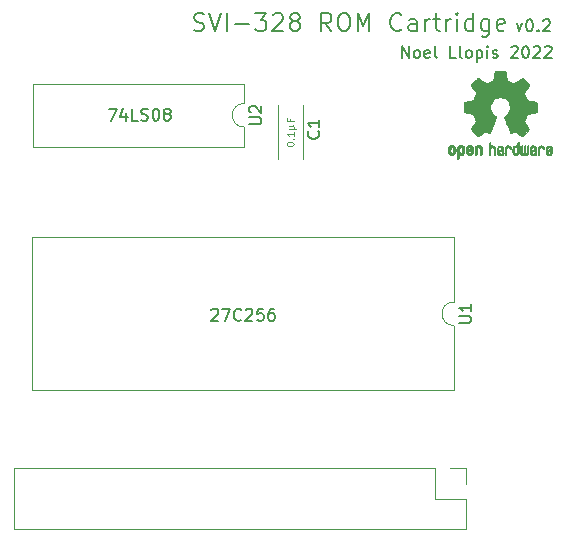
<source format=gbr>
%TF.GenerationSoftware,KiCad,Pcbnew,(6.0.5-0)*%
%TF.CreationDate,2022-07-06T11:09:22-04:00*%
%TF.ProjectId,SVI328MSX,53564933-3238-44d5-9358-2e6b69636164,rev?*%
%TF.SameCoordinates,Original*%
%TF.FileFunction,Legend,Top*%
%TF.FilePolarity,Positive*%
%FSLAX46Y46*%
G04 Gerber Fmt 4.6, Leading zero omitted, Abs format (unit mm)*
G04 Created by KiCad (PCBNEW (6.0.5-0)) date 2022-07-06 11:09:22*
%MOMM*%
%LPD*%
G01*
G04 APERTURE LIST*
%ADD10C,0.150000*%
%ADD11C,0.100000*%
%ADD12C,0.120000*%
%ADD13C,0.010000*%
G04 APERTURE END LIST*
D10*
X130571428Y-47607142D02*
X130785714Y-47678571D01*
X131142857Y-47678571D01*
X131285714Y-47607142D01*
X131357142Y-47535714D01*
X131428571Y-47392857D01*
X131428571Y-47250000D01*
X131357142Y-47107142D01*
X131285714Y-47035714D01*
X131142857Y-46964285D01*
X130857142Y-46892857D01*
X130714285Y-46821428D01*
X130642857Y-46750000D01*
X130571428Y-46607142D01*
X130571428Y-46464285D01*
X130642857Y-46321428D01*
X130714285Y-46250000D01*
X130857142Y-46178571D01*
X131214285Y-46178571D01*
X131428571Y-46250000D01*
X131857142Y-46178571D02*
X132357142Y-47678571D01*
X132857142Y-46178571D01*
X133357142Y-47678571D02*
X133357142Y-46178571D01*
X134071428Y-47107142D02*
X135214285Y-47107142D01*
X135785714Y-46178571D02*
X136714285Y-46178571D01*
X136214285Y-46750000D01*
X136428571Y-46750000D01*
X136571428Y-46821428D01*
X136642857Y-46892857D01*
X136714285Y-47035714D01*
X136714285Y-47392857D01*
X136642857Y-47535714D01*
X136571428Y-47607142D01*
X136428571Y-47678571D01*
X136000000Y-47678571D01*
X135857142Y-47607142D01*
X135785714Y-47535714D01*
X137285714Y-46321428D02*
X137357142Y-46250000D01*
X137500000Y-46178571D01*
X137857142Y-46178571D01*
X138000000Y-46250000D01*
X138071428Y-46321428D01*
X138142857Y-46464285D01*
X138142857Y-46607142D01*
X138071428Y-46821428D01*
X137214285Y-47678571D01*
X138142857Y-47678571D01*
X139000000Y-46821428D02*
X138857142Y-46750000D01*
X138785714Y-46678571D01*
X138714285Y-46535714D01*
X138714285Y-46464285D01*
X138785714Y-46321428D01*
X138857142Y-46250000D01*
X139000000Y-46178571D01*
X139285714Y-46178571D01*
X139428571Y-46250000D01*
X139500000Y-46321428D01*
X139571428Y-46464285D01*
X139571428Y-46535714D01*
X139500000Y-46678571D01*
X139428571Y-46750000D01*
X139285714Y-46821428D01*
X139000000Y-46821428D01*
X138857142Y-46892857D01*
X138785714Y-46964285D01*
X138714285Y-47107142D01*
X138714285Y-47392857D01*
X138785714Y-47535714D01*
X138857142Y-47607142D01*
X139000000Y-47678571D01*
X139285714Y-47678571D01*
X139428571Y-47607142D01*
X139500000Y-47535714D01*
X139571428Y-47392857D01*
X139571428Y-47107142D01*
X139500000Y-46964285D01*
X139428571Y-46892857D01*
X139285714Y-46821428D01*
X142214285Y-47678571D02*
X141714285Y-46964285D01*
X141357142Y-47678571D02*
X141357142Y-46178571D01*
X141928571Y-46178571D01*
X142071428Y-46250000D01*
X142142857Y-46321428D01*
X142214285Y-46464285D01*
X142214285Y-46678571D01*
X142142857Y-46821428D01*
X142071428Y-46892857D01*
X141928571Y-46964285D01*
X141357142Y-46964285D01*
X143142857Y-46178571D02*
X143428571Y-46178571D01*
X143571428Y-46250000D01*
X143714285Y-46392857D01*
X143785714Y-46678571D01*
X143785714Y-47178571D01*
X143714285Y-47464285D01*
X143571428Y-47607142D01*
X143428571Y-47678571D01*
X143142857Y-47678571D01*
X143000000Y-47607142D01*
X142857142Y-47464285D01*
X142785714Y-47178571D01*
X142785714Y-46678571D01*
X142857142Y-46392857D01*
X143000000Y-46250000D01*
X143142857Y-46178571D01*
X144428571Y-47678571D02*
X144428571Y-46178571D01*
X144928571Y-47250000D01*
X145428571Y-46178571D01*
X145428571Y-47678571D01*
X148142857Y-47535714D02*
X148071428Y-47607142D01*
X147857142Y-47678571D01*
X147714285Y-47678571D01*
X147500000Y-47607142D01*
X147357142Y-47464285D01*
X147285714Y-47321428D01*
X147214285Y-47035714D01*
X147214285Y-46821428D01*
X147285714Y-46535714D01*
X147357142Y-46392857D01*
X147500000Y-46250000D01*
X147714285Y-46178571D01*
X147857142Y-46178571D01*
X148071428Y-46250000D01*
X148142857Y-46321428D01*
X149428571Y-47678571D02*
X149428571Y-46892857D01*
X149357142Y-46750000D01*
X149214285Y-46678571D01*
X148928571Y-46678571D01*
X148785714Y-46750000D01*
X149428571Y-47607142D02*
X149285714Y-47678571D01*
X148928571Y-47678571D01*
X148785714Y-47607142D01*
X148714285Y-47464285D01*
X148714285Y-47321428D01*
X148785714Y-47178571D01*
X148928571Y-47107142D01*
X149285714Y-47107142D01*
X149428571Y-47035714D01*
X150142857Y-47678571D02*
X150142857Y-46678571D01*
X150142857Y-46964285D02*
X150214285Y-46821428D01*
X150285714Y-46750000D01*
X150428571Y-46678571D01*
X150571428Y-46678571D01*
X150857142Y-46678571D02*
X151428571Y-46678571D01*
X151071428Y-46178571D02*
X151071428Y-47464285D01*
X151142857Y-47607142D01*
X151285714Y-47678571D01*
X151428571Y-47678571D01*
X151928571Y-47678571D02*
X151928571Y-46678571D01*
X151928571Y-46964285D02*
X152000000Y-46821428D01*
X152071428Y-46750000D01*
X152214285Y-46678571D01*
X152357142Y-46678571D01*
X152857142Y-47678571D02*
X152857142Y-46678571D01*
X152857142Y-46178571D02*
X152785714Y-46250000D01*
X152857142Y-46321428D01*
X152928571Y-46250000D01*
X152857142Y-46178571D01*
X152857142Y-46321428D01*
X154214285Y-47678571D02*
X154214285Y-46178571D01*
X154214285Y-47607142D02*
X154071428Y-47678571D01*
X153785714Y-47678571D01*
X153642857Y-47607142D01*
X153571428Y-47535714D01*
X153500000Y-47392857D01*
X153500000Y-46964285D01*
X153571428Y-46821428D01*
X153642857Y-46750000D01*
X153785714Y-46678571D01*
X154071428Y-46678571D01*
X154214285Y-46750000D01*
X155571428Y-46678571D02*
X155571428Y-47892857D01*
X155500000Y-48035714D01*
X155428571Y-48107142D01*
X155285714Y-48178571D01*
X155071428Y-48178571D01*
X154928571Y-48107142D01*
X155571428Y-47607142D02*
X155428571Y-47678571D01*
X155142857Y-47678571D01*
X155000000Y-47607142D01*
X154928571Y-47535714D01*
X154857142Y-47392857D01*
X154857142Y-46964285D01*
X154928571Y-46821428D01*
X155000000Y-46750000D01*
X155142857Y-46678571D01*
X155428571Y-46678571D01*
X155571428Y-46750000D01*
X156857142Y-47607142D02*
X156714285Y-47678571D01*
X156428571Y-47678571D01*
X156285714Y-47607142D01*
X156214285Y-47464285D01*
X156214285Y-46892857D01*
X156285714Y-46750000D01*
X156428571Y-46678571D01*
X156714285Y-46678571D01*
X156857142Y-46750000D01*
X156928571Y-46892857D01*
X156928571Y-47035714D01*
X156214285Y-47178571D01*
X148190476Y-49952380D02*
X148190476Y-48952380D01*
X148761904Y-49952380D01*
X148761904Y-48952380D01*
X149380952Y-49952380D02*
X149285714Y-49904761D01*
X149238095Y-49857142D01*
X149190476Y-49761904D01*
X149190476Y-49476190D01*
X149238095Y-49380952D01*
X149285714Y-49333333D01*
X149380952Y-49285714D01*
X149523809Y-49285714D01*
X149619047Y-49333333D01*
X149666666Y-49380952D01*
X149714285Y-49476190D01*
X149714285Y-49761904D01*
X149666666Y-49857142D01*
X149619047Y-49904761D01*
X149523809Y-49952380D01*
X149380952Y-49952380D01*
X150523809Y-49904761D02*
X150428571Y-49952380D01*
X150238095Y-49952380D01*
X150142857Y-49904761D01*
X150095238Y-49809523D01*
X150095238Y-49428571D01*
X150142857Y-49333333D01*
X150238095Y-49285714D01*
X150428571Y-49285714D01*
X150523809Y-49333333D01*
X150571428Y-49428571D01*
X150571428Y-49523809D01*
X150095238Y-49619047D01*
X151142857Y-49952380D02*
X151047619Y-49904761D01*
X151000000Y-49809523D01*
X151000000Y-48952380D01*
X152761904Y-49952380D02*
X152285714Y-49952380D01*
X152285714Y-48952380D01*
X153238095Y-49952380D02*
X153142857Y-49904761D01*
X153095238Y-49809523D01*
X153095238Y-48952380D01*
X153761904Y-49952380D02*
X153666666Y-49904761D01*
X153619047Y-49857142D01*
X153571428Y-49761904D01*
X153571428Y-49476190D01*
X153619047Y-49380952D01*
X153666666Y-49333333D01*
X153761904Y-49285714D01*
X153904761Y-49285714D01*
X154000000Y-49333333D01*
X154047619Y-49380952D01*
X154095238Y-49476190D01*
X154095238Y-49761904D01*
X154047619Y-49857142D01*
X154000000Y-49904761D01*
X153904761Y-49952380D01*
X153761904Y-49952380D01*
X154523809Y-49285714D02*
X154523809Y-50285714D01*
X154523809Y-49333333D02*
X154619047Y-49285714D01*
X154809523Y-49285714D01*
X154904761Y-49333333D01*
X154952380Y-49380952D01*
X155000000Y-49476190D01*
X155000000Y-49761904D01*
X154952380Y-49857142D01*
X154904761Y-49904761D01*
X154809523Y-49952380D01*
X154619047Y-49952380D01*
X154523809Y-49904761D01*
X155428571Y-49952380D02*
X155428571Y-49285714D01*
X155428571Y-48952380D02*
X155380952Y-49000000D01*
X155428571Y-49047619D01*
X155476190Y-49000000D01*
X155428571Y-48952380D01*
X155428571Y-49047619D01*
X155857142Y-49904761D02*
X155952380Y-49952380D01*
X156142857Y-49952380D01*
X156238095Y-49904761D01*
X156285714Y-49809523D01*
X156285714Y-49761904D01*
X156238095Y-49666666D01*
X156142857Y-49619047D01*
X156000000Y-49619047D01*
X155904761Y-49571428D01*
X155857142Y-49476190D01*
X155857142Y-49428571D01*
X155904761Y-49333333D01*
X156000000Y-49285714D01*
X156142857Y-49285714D01*
X156238095Y-49333333D01*
X157428571Y-49047619D02*
X157476190Y-49000000D01*
X157571428Y-48952380D01*
X157809523Y-48952380D01*
X157904761Y-49000000D01*
X157952380Y-49047619D01*
X158000000Y-49142857D01*
X158000000Y-49238095D01*
X157952380Y-49380952D01*
X157380952Y-49952380D01*
X158000000Y-49952380D01*
X158619047Y-48952380D02*
X158714285Y-48952380D01*
X158809523Y-49000000D01*
X158857142Y-49047619D01*
X158904761Y-49142857D01*
X158952380Y-49333333D01*
X158952380Y-49571428D01*
X158904761Y-49761904D01*
X158857142Y-49857142D01*
X158809523Y-49904761D01*
X158714285Y-49952380D01*
X158619047Y-49952380D01*
X158523809Y-49904761D01*
X158476190Y-49857142D01*
X158428571Y-49761904D01*
X158380952Y-49571428D01*
X158380952Y-49333333D01*
X158428571Y-49142857D01*
X158476190Y-49047619D01*
X158523809Y-49000000D01*
X158619047Y-48952380D01*
X159333333Y-49047619D02*
X159380952Y-49000000D01*
X159476190Y-48952380D01*
X159714285Y-48952380D01*
X159809523Y-49000000D01*
X159857142Y-49047619D01*
X159904761Y-49142857D01*
X159904761Y-49238095D01*
X159857142Y-49380952D01*
X159285714Y-49952380D01*
X159904761Y-49952380D01*
X160285714Y-49047619D02*
X160333333Y-49000000D01*
X160428571Y-48952380D01*
X160666666Y-48952380D01*
X160761904Y-49000000D01*
X160809523Y-49047619D01*
X160857142Y-49142857D01*
X160857142Y-49238095D01*
X160809523Y-49380952D01*
X160238095Y-49952380D01*
X160857142Y-49952380D01*
X157902500Y-47035714D02*
X158140595Y-47702380D01*
X158378690Y-47035714D01*
X158950119Y-46702380D02*
X159045357Y-46702380D01*
X159140595Y-46750000D01*
X159188214Y-46797619D01*
X159235833Y-46892857D01*
X159283452Y-47083333D01*
X159283452Y-47321428D01*
X159235833Y-47511904D01*
X159188214Y-47607142D01*
X159140595Y-47654761D01*
X159045357Y-47702380D01*
X158950119Y-47702380D01*
X158854880Y-47654761D01*
X158807261Y-47607142D01*
X158759642Y-47511904D01*
X158712023Y-47321428D01*
X158712023Y-47083333D01*
X158759642Y-46892857D01*
X158807261Y-46797619D01*
X158854880Y-46750000D01*
X158950119Y-46702380D01*
X159712023Y-47607142D02*
X159759642Y-47654761D01*
X159712023Y-47702380D01*
X159664404Y-47654761D01*
X159712023Y-47607142D01*
X159712023Y-47702380D01*
X160140595Y-46797619D02*
X160188214Y-46750000D01*
X160283452Y-46702380D01*
X160521547Y-46702380D01*
X160616785Y-46750000D01*
X160664404Y-46797619D01*
X160712023Y-46892857D01*
X160712023Y-46988095D01*
X160664404Y-47130952D01*
X160092976Y-47702380D01*
X160712023Y-47702380D01*
%TO.C,U2*%
X135282380Y-55571904D02*
X136091904Y-55571904D01*
X136187142Y-55524285D01*
X136234761Y-55476666D01*
X136282380Y-55381428D01*
X136282380Y-55190952D01*
X136234761Y-55095714D01*
X136187142Y-55048095D01*
X136091904Y-55000476D01*
X135282380Y-55000476D01*
X135377619Y-54571904D02*
X135330000Y-54524285D01*
X135282380Y-54429047D01*
X135282380Y-54190952D01*
X135330000Y-54095714D01*
X135377619Y-54048095D01*
X135472857Y-54000476D01*
X135568095Y-54000476D01*
X135710952Y-54048095D01*
X136282380Y-54619523D01*
X136282380Y-54000476D01*
X123357142Y-54262380D02*
X124023809Y-54262380D01*
X123595238Y-55262380D01*
X124833333Y-54595714D02*
X124833333Y-55262380D01*
X124595238Y-54214761D02*
X124357142Y-54929047D01*
X124976190Y-54929047D01*
X125833333Y-55262380D02*
X125357142Y-55262380D01*
X125357142Y-54262380D01*
X126119047Y-55214761D02*
X126261904Y-55262380D01*
X126500000Y-55262380D01*
X126595238Y-55214761D01*
X126642857Y-55167142D01*
X126690476Y-55071904D01*
X126690476Y-54976666D01*
X126642857Y-54881428D01*
X126595238Y-54833809D01*
X126500000Y-54786190D01*
X126309523Y-54738571D01*
X126214285Y-54690952D01*
X126166666Y-54643333D01*
X126119047Y-54548095D01*
X126119047Y-54452857D01*
X126166666Y-54357619D01*
X126214285Y-54310000D01*
X126309523Y-54262380D01*
X126547619Y-54262380D01*
X126690476Y-54310000D01*
X127309523Y-54262380D02*
X127404761Y-54262380D01*
X127500000Y-54310000D01*
X127547619Y-54357619D01*
X127595238Y-54452857D01*
X127642857Y-54643333D01*
X127642857Y-54881428D01*
X127595238Y-55071904D01*
X127547619Y-55167142D01*
X127500000Y-55214761D01*
X127404761Y-55262380D01*
X127309523Y-55262380D01*
X127214285Y-55214761D01*
X127166666Y-55167142D01*
X127119047Y-55071904D01*
X127071428Y-54881428D01*
X127071428Y-54643333D01*
X127119047Y-54452857D01*
X127166666Y-54357619D01*
X127214285Y-54310000D01*
X127309523Y-54262380D01*
X128214285Y-54690952D02*
X128119047Y-54643333D01*
X128071428Y-54595714D01*
X128023809Y-54500476D01*
X128023809Y-54452857D01*
X128071428Y-54357619D01*
X128119047Y-54310000D01*
X128214285Y-54262380D01*
X128404761Y-54262380D01*
X128500000Y-54310000D01*
X128547619Y-54357619D01*
X128595238Y-54452857D01*
X128595238Y-54500476D01*
X128547619Y-54595714D01*
X128500000Y-54643333D01*
X128404761Y-54690952D01*
X128214285Y-54690952D01*
X128119047Y-54738571D01*
X128071428Y-54786190D01*
X128023809Y-54881428D01*
X128023809Y-55071904D01*
X128071428Y-55167142D01*
X128119047Y-55214761D01*
X128214285Y-55262380D01*
X128404761Y-55262380D01*
X128500000Y-55214761D01*
X128547619Y-55167142D01*
X128595238Y-55071904D01*
X128595238Y-54881428D01*
X128547619Y-54786190D01*
X128500000Y-54738571D01*
X128404761Y-54690952D01*
%TO.C,U1*%
X153032380Y-72381904D02*
X153841904Y-72381904D01*
X153937142Y-72334285D01*
X153984761Y-72286666D01*
X154032380Y-72191428D01*
X154032380Y-72000952D01*
X153984761Y-71905714D01*
X153937142Y-71858095D01*
X153841904Y-71810476D01*
X153032380Y-71810476D01*
X154032380Y-70810476D02*
X154032380Y-71381904D01*
X154032380Y-71096190D02*
X153032380Y-71096190D01*
X153175238Y-71191428D01*
X153270476Y-71286666D01*
X153318095Y-71381904D01*
X132059523Y-71297619D02*
X132107142Y-71250000D01*
X132202380Y-71202380D01*
X132440476Y-71202380D01*
X132535714Y-71250000D01*
X132583333Y-71297619D01*
X132630952Y-71392857D01*
X132630952Y-71488095D01*
X132583333Y-71630952D01*
X132011904Y-72202380D01*
X132630952Y-72202380D01*
X132964285Y-71202380D02*
X133630952Y-71202380D01*
X133202380Y-72202380D01*
X134583333Y-72107142D02*
X134535714Y-72154761D01*
X134392857Y-72202380D01*
X134297619Y-72202380D01*
X134154761Y-72154761D01*
X134059523Y-72059523D01*
X134011904Y-71964285D01*
X133964285Y-71773809D01*
X133964285Y-71630952D01*
X134011904Y-71440476D01*
X134059523Y-71345238D01*
X134154761Y-71250000D01*
X134297619Y-71202380D01*
X134392857Y-71202380D01*
X134535714Y-71250000D01*
X134583333Y-71297619D01*
X134964285Y-71297619D02*
X135011904Y-71250000D01*
X135107142Y-71202380D01*
X135345238Y-71202380D01*
X135440476Y-71250000D01*
X135488095Y-71297619D01*
X135535714Y-71392857D01*
X135535714Y-71488095D01*
X135488095Y-71630952D01*
X134916666Y-72202380D01*
X135535714Y-72202380D01*
X136440476Y-71202380D02*
X135964285Y-71202380D01*
X135916666Y-71678571D01*
X135964285Y-71630952D01*
X136059523Y-71583333D01*
X136297619Y-71583333D01*
X136392857Y-71630952D01*
X136440476Y-71678571D01*
X136488095Y-71773809D01*
X136488095Y-72011904D01*
X136440476Y-72107142D01*
X136392857Y-72154761D01*
X136297619Y-72202380D01*
X136059523Y-72202380D01*
X135964285Y-72154761D01*
X135916666Y-72107142D01*
X137345238Y-71202380D02*
X137154761Y-71202380D01*
X137059523Y-71250000D01*
X137011904Y-71297619D01*
X136916666Y-71440476D01*
X136869047Y-71630952D01*
X136869047Y-72011904D01*
X136916666Y-72107142D01*
X136964285Y-72154761D01*
X137059523Y-72202380D01*
X137250000Y-72202380D01*
X137345238Y-72154761D01*
X137392857Y-72107142D01*
X137440476Y-72011904D01*
X137440476Y-71773809D01*
X137392857Y-71678571D01*
X137345238Y-71630952D01*
X137250000Y-71583333D01*
X137059523Y-71583333D01*
X136964285Y-71630952D01*
X136916666Y-71678571D01*
X136869047Y-71773809D01*
%TO.C,C1*%
X141107142Y-56166666D02*
X141154761Y-56214285D01*
X141202380Y-56357142D01*
X141202380Y-56452380D01*
X141154761Y-56595238D01*
X141059523Y-56690476D01*
X140964285Y-56738095D01*
X140773809Y-56785714D01*
X140630952Y-56785714D01*
X140440476Y-56738095D01*
X140345238Y-56690476D01*
X140250000Y-56595238D01*
X140202380Y-56452380D01*
X140202380Y-56357142D01*
X140250000Y-56214285D01*
X140297619Y-56166666D01*
X141202380Y-55214285D02*
X141202380Y-55785714D01*
X141202380Y-55500000D02*
X140202380Y-55500000D01*
X140345238Y-55595238D01*
X140440476Y-55690476D01*
X140488095Y-55785714D01*
D11*
X138421428Y-57278571D02*
X138421428Y-57221428D01*
X138450000Y-57164285D01*
X138478571Y-57135714D01*
X138535714Y-57107142D01*
X138650000Y-57078571D01*
X138792857Y-57078571D01*
X138907142Y-57107142D01*
X138964285Y-57135714D01*
X138992857Y-57164285D01*
X139021428Y-57221428D01*
X139021428Y-57278571D01*
X138992857Y-57335714D01*
X138964285Y-57364285D01*
X138907142Y-57392857D01*
X138792857Y-57421428D01*
X138650000Y-57421428D01*
X138535714Y-57392857D01*
X138478571Y-57364285D01*
X138450000Y-57335714D01*
X138421428Y-57278571D01*
X138964285Y-56821428D02*
X138992857Y-56792857D01*
X139021428Y-56821428D01*
X138992857Y-56850000D01*
X138964285Y-56821428D01*
X139021428Y-56821428D01*
X139021428Y-56221428D02*
X139021428Y-56564285D01*
X139021428Y-56392857D02*
X138421428Y-56392857D01*
X138507142Y-56450000D01*
X138564285Y-56507142D01*
X138592857Y-56564285D01*
X138621428Y-55964285D02*
X139221428Y-55964285D01*
X138935714Y-55678571D02*
X138992857Y-55650000D01*
X139021428Y-55592857D01*
X138935714Y-55964285D02*
X138992857Y-55935714D01*
X139021428Y-55878571D01*
X139021428Y-55764285D01*
X138992857Y-55707142D01*
X138935714Y-55678571D01*
X138621428Y-55678571D01*
X138707142Y-55135714D02*
X138707142Y-55335714D01*
X139021428Y-55335714D02*
X138421428Y-55335714D01*
X138421428Y-55050000D01*
D12*
%TO.C,U2*%
X116930000Y-52160000D02*
X116930000Y-57460000D01*
X134830000Y-53810000D02*
X134830000Y-52160000D01*
X116930000Y-57460000D02*
X134830000Y-57460000D01*
X134830000Y-52160000D02*
X116930000Y-52160000D01*
X134830000Y-57460000D02*
X134830000Y-55810000D01*
X134830000Y-53810000D02*
G75*
G03*
X134830000Y-55810000I0J-1000000D01*
G01*
%TO.C,U1*%
X152580000Y-78080000D02*
X152580000Y-72620000D01*
X152580000Y-70620000D02*
X152580000Y-65160000D01*
X152580000Y-65160000D02*
X116900000Y-65160000D01*
X116900000Y-78080000D02*
X152580000Y-78080000D01*
X116900000Y-65160000D02*
X116900000Y-78080000D01*
X152580000Y-70620000D02*
G75*
G03*
X152580000Y-72620000I0J-1000000D01*
G01*
%TO.C,C1*%
X137680000Y-58520000D02*
X137695000Y-58520000D01*
X137680000Y-53980000D02*
X137695000Y-53980000D01*
X139805000Y-58520000D02*
X139820000Y-58520000D01*
X139820000Y-58520000D02*
X139820000Y-53980000D01*
X139805000Y-53980000D02*
X139820000Y-53980000D01*
X137680000Y-58520000D02*
X137680000Y-53980000D01*
%TO.C,REF\u002A\u002A*%
G36*
X159387333Y-57383528D02*
G01*
X159443590Y-57409117D01*
X159487747Y-57440124D01*
X159520101Y-57474795D01*
X159542438Y-57519520D01*
X159556546Y-57580692D01*
X159564211Y-57664701D01*
X159567220Y-57777940D01*
X159567538Y-57852509D01*
X159567538Y-58143420D01*
X159517773Y-58166095D01*
X159478576Y-58182667D01*
X159459157Y-58188769D01*
X159455442Y-58170610D01*
X159452495Y-58121648D01*
X159450691Y-58050153D01*
X159450308Y-57993385D01*
X159448661Y-57911371D01*
X159444222Y-57846309D01*
X159437740Y-57806467D01*
X159432590Y-57798000D01*
X159397977Y-57806646D01*
X159343640Y-57828823D01*
X159280722Y-57858886D01*
X159220368Y-57891192D01*
X159173721Y-57920098D01*
X159151926Y-57939961D01*
X159151839Y-57940175D01*
X159153714Y-57976935D01*
X159170525Y-58012026D01*
X159200039Y-58040528D01*
X159243116Y-58050061D01*
X159279932Y-58048950D01*
X159332074Y-58048133D01*
X159359444Y-58060349D01*
X159375882Y-58092624D01*
X159377955Y-58098710D01*
X159385081Y-58144739D01*
X159366024Y-58172687D01*
X159316353Y-58186007D01*
X159262697Y-58188470D01*
X159166142Y-58170210D01*
X159116159Y-58144131D01*
X159054429Y-58082868D01*
X159021690Y-58007670D01*
X159018753Y-57928211D01*
X159046424Y-57854167D01*
X159088047Y-57807769D01*
X159129604Y-57781793D01*
X159194922Y-57748907D01*
X159271038Y-57715557D01*
X159283726Y-57710461D01*
X159367333Y-57673565D01*
X159415530Y-57641046D01*
X159431030Y-57608718D01*
X159416550Y-57572394D01*
X159391692Y-57544000D01*
X159332939Y-57509039D01*
X159268293Y-57506417D01*
X159209008Y-57533358D01*
X159166339Y-57587088D01*
X159160739Y-57600950D01*
X159128133Y-57651936D01*
X159080530Y-57689787D01*
X159020461Y-57720850D01*
X159020461Y-57632768D01*
X159023997Y-57578951D01*
X159039156Y-57536534D01*
X159072768Y-57491279D01*
X159105035Y-57456420D01*
X159155209Y-57407062D01*
X159194193Y-57380547D01*
X159236064Y-57369911D01*
X159283460Y-57368154D01*
X159387333Y-57383528D01*
G37*
D13*
X159387333Y-57383528D02*
X159443590Y-57409117D01*
X159487747Y-57440124D01*
X159520101Y-57474795D01*
X159542438Y-57519520D01*
X159556546Y-57580692D01*
X159564211Y-57664701D01*
X159567220Y-57777940D01*
X159567538Y-57852509D01*
X159567538Y-58143420D01*
X159517773Y-58166095D01*
X159478576Y-58182667D01*
X159459157Y-58188769D01*
X159455442Y-58170610D01*
X159452495Y-58121648D01*
X159450691Y-58050153D01*
X159450308Y-57993385D01*
X159448661Y-57911371D01*
X159444222Y-57846309D01*
X159437740Y-57806467D01*
X159432590Y-57798000D01*
X159397977Y-57806646D01*
X159343640Y-57828823D01*
X159280722Y-57858886D01*
X159220368Y-57891192D01*
X159173721Y-57920098D01*
X159151926Y-57939961D01*
X159151839Y-57940175D01*
X159153714Y-57976935D01*
X159170525Y-58012026D01*
X159200039Y-58040528D01*
X159243116Y-58050061D01*
X159279932Y-58048950D01*
X159332074Y-58048133D01*
X159359444Y-58060349D01*
X159375882Y-58092624D01*
X159377955Y-58098710D01*
X159385081Y-58144739D01*
X159366024Y-58172687D01*
X159316353Y-58186007D01*
X159262697Y-58188470D01*
X159166142Y-58170210D01*
X159116159Y-58144131D01*
X159054429Y-58082868D01*
X159021690Y-58007670D01*
X159018753Y-57928211D01*
X159046424Y-57854167D01*
X159088047Y-57807769D01*
X159129604Y-57781793D01*
X159194922Y-57748907D01*
X159271038Y-57715557D01*
X159283726Y-57710461D01*
X159367333Y-57673565D01*
X159415530Y-57641046D01*
X159431030Y-57608718D01*
X159416550Y-57572394D01*
X159391692Y-57544000D01*
X159332939Y-57509039D01*
X159268293Y-57506417D01*
X159209008Y-57533358D01*
X159166339Y-57587088D01*
X159160739Y-57600950D01*
X159128133Y-57651936D01*
X159080530Y-57689787D01*
X159020461Y-57720850D01*
X159020461Y-57632768D01*
X159023997Y-57578951D01*
X159039156Y-57536534D01*
X159072768Y-57491279D01*
X159105035Y-57456420D01*
X159155209Y-57407062D01*
X159194193Y-57380547D01*
X159236064Y-57369911D01*
X159283460Y-57368154D01*
X159387333Y-57383528D01*
G36*
X153634778Y-57491055D02*
G01*
X153680421Y-57425215D01*
X153762802Y-57358681D01*
X153853546Y-57325676D01*
X153946185Y-57323573D01*
X154034254Y-57349745D01*
X154111286Y-57401567D01*
X154170816Y-57476412D01*
X154206378Y-57571654D01*
X154213571Y-57641756D01*
X154212754Y-57671009D01*
X154205914Y-57693407D01*
X154187112Y-57713474D01*
X154150408Y-57735733D01*
X154089862Y-57764709D01*
X153999534Y-57804927D01*
X153999077Y-57805129D01*
X153915933Y-57843210D01*
X153847753Y-57877025D01*
X153801505Y-57902933D01*
X153784158Y-57917295D01*
X153784154Y-57917411D01*
X153799443Y-57948685D01*
X153835196Y-57983157D01*
X153876242Y-58007990D01*
X153897037Y-58012923D01*
X153953770Y-57995862D01*
X154002627Y-57953133D01*
X154026465Y-57906155D01*
X154049397Y-57871522D01*
X154094318Y-57832081D01*
X154147123Y-57798009D01*
X154193710Y-57779480D01*
X154203452Y-57778462D01*
X154214418Y-57795215D01*
X154215079Y-57838039D01*
X154207020Y-57895781D01*
X154191827Y-57957289D01*
X154171086Y-58011409D01*
X154170038Y-58013510D01*
X154107621Y-58100660D01*
X154026726Y-58159939D01*
X153934856Y-58189034D01*
X153839513Y-58185634D01*
X153748198Y-58147428D01*
X153744138Y-58144741D01*
X153672306Y-58079642D01*
X153625073Y-57994705D01*
X153598934Y-57883021D01*
X153595426Y-57851643D01*
X153589213Y-57703536D01*
X153596661Y-57634468D01*
X153784154Y-57634468D01*
X153786590Y-57677552D01*
X153799914Y-57690126D01*
X153833132Y-57680719D01*
X153885494Y-57658483D01*
X153944024Y-57630610D01*
X153945479Y-57629872D01*
X153995089Y-57603777D01*
X154015000Y-57586363D01*
X154010090Y-57568107D01*
X153989416Y-57544120D01*
X153936819Y-57509406D01*
X153880177Y-57506856D01*
X153829369Y-57532119D01*
X153794276Y-57580847D01*
X153784154Y-57634468D01*
X153596661Y-57634468D01*
X153601992Y-57585036D01*
X153634778Y-57491055D01*
G37*
X153634778Y-57491055D02*
X153680421Y-57425215D01*
X153762802Y-57358681D01*
X153853546Y-57325676D01*
X153946185Y-57323573D01*
X154034254Y-57349745D01*
X154111286Y-57401567D01*
X154170816Y-57476412D01*
X154206378Y-57571654D01*
X154213571Y-57641756D01*
X154212754Y-57671009D01*
X154205914Y-57693407D01*
X154187112Y-57713474D01*
X154150408Y-57735733D01*
X154089862Y-57764709D01*
X153999534Y-57804927D01*
X153999077Y-57805129D01*
X153915933Y-57843210D01*
X153847753Y-57877025D01*
X153801505Y-57902933D01*
X153784158Y-57917295D01*
X153784154Y-57917411D01*
X153799443Y-57948685D01*
X153835196Y-57983157D01*
X153876242Y-58007990D01*
X153897037Y-58012923D01*
X153953770Y-57995862D01*
X154002627Y-57953133D01*
X154026465Y-57906155D01*
X154049397Y-57871522D01*
X154094318Y-57832081D01*
X154147123Y-57798009D01*
X154193710Y-57779480D01*
X154203452Y-57778462D01*
X154214418Y-57795215D01*
X154215079Y-57838039D01*
X154207020Y-57895781D01*
X154191827Y-57957289D01*
X154171086Y-58011409D01*
X154170038Y-58013510D01*
X154107621Y-58100660D01*
X154026726Y-58159939D01*
X153934856Y-58189034D01*
X153839513Y-58185634D01*
X153748198Y-58147428D01*
X153744138Y-58144741D01*
X153672306Y-58079642D01*
X153625073Y-57994705D01*
X153598934Y-57883021D01*
X153595426Y-57851643D01*
X153589213Y-57703536D01*
X153596661Y-57634468D01*
X153784154Y-57634468D01*
X153786590Y-57677552D01*
X153799914Y-57690126D01*
X153833132Y-57680719D01*
X153885494Y-57658483D01*
X153944024Y-57630610D01*
X153945479Y-57629872D01*
X153995089Y-57603777D01*
X154015000Y-57586363D01*
X154010090Y-57568107D01*
X153989416Y-57544120D01*
X153936819Y-57509406D01*
X153880177Y-57506856D01*
X153829369Y-57532119D01*
X153794276Y-57580847D01*
X153784154Y-57634468D01*
X153596661Y-57634468D01*
X153601992Y-57585036D01*
X153634778Y-57491055D01*
G36*
X160361032Y-57570710D02*
G01*
X160379460Y-57505167D01*
X160409360Y-57456912D01*
X160453080Y-57418767D01*
X160472141Y-57406440D01*
X160558726Y-57374336D01*
X160653522Y-57372316D01*
X160745224Y-57397838D01*
X160822528Y-57448361D01*
X160859814Y-57493590D01*
X160889353Y-57575663D01*
X160891699Y-57640607D01*
X160886385Y-57727445D01*
X160686115Y-57815103D01*
X160588739Y-57859887D01*
X160525113Y-57895913D01*
X160492029Y-57927117D01*
X160486280Y-57957436D01*
X160504658Y-57990805D01*
X160524923Y-58012923D01*
X160583889Y-58048393D01*
X160648024Y-58050879D01*
X160706926Y-58023235D01*
X160750197Y-57968320D01*
X160757936Y-57948928D01*
X160795006Y-57888364D01*
X160837654Y-57862552D01*
X160896154Y-57840471D01*
X160896154Y-57924184D01*
X160890982Y-57981150D01*
X160870723Y-58029189D01*
X160828262Y-58084346D01*
X160821951Y-58091514D01*
X160774720Y-58140585D01*
X160734121Y-58166920D01*
X160683328Y-58179035D01*
X160641220Y-58183003D01*
X160565902Y-58183991D01*
X160512286Y-58171466D01*
X160478838Y-58152869D01*
X160426268Y-58111975D01*
X160389879Y-58067748D01*
X160366850Y-58012126D01*
X160354359Y-57937047D01*
X160349587Y-57834449D01*
X160349206Y-57782376D01*
X160350501Y-57719948D01*
X160468471Y-57719948D01*
X160469839Y-57753438D01*
X160473249Y-57758923D01*
X160495753Y-57751472D01*
X160544182Y-57731753D01*
X160608908Y-57703718D01*
X160622443Y-57697692D01*
X160704244Y-57656096D01*
X160749312Y-57619538D01*
X160759217Y-57585296D01*
X160735526Y-57550648D01*
X160715960Y-57535339D01*
X160645360Y-57504721D01*
X160579280Y-57509780D01*
X160523959Y-57547151D01*
X160485636Y-57613473D01*
X160473349Y-57666116D01*
X160468471Y-57719948D01*
X160350501Y-57719948D01*
X160351730Y-57660720D01*
X160361032Y-57570710D01*
G37*
X160361032Y-57570710D02*
X160379460Y-57505167D01*
X160409360Y-57456912D01*
X160453080Y-57418767D01*
X160472141Y-57406440D01*
X160558726Y-57374336D01*
X160653522Y-57372316D01*
X160745224Y-57397838D01*
X160822528Y-57448361D01*
X160859814Y-57493590D01*
X160889353Y-57575663D01*
X160891699Y-57640607D01*
X160886385Y-57727445D01*
X160686115Y-57815103D01*
X160588739Y-57859887D01*
X160525113Y-57895913D01*
X160492029Y-57927117D01*
X160486280Y-57957436D01*
X160504658Y-57990805D01*
X160524923Y-58012923D01*
X160583889Y-58048393D01*
X160648024Y-58050879D01*
X160706926Y-58023235D01*
X160750197Y-57968320D01*
X160757936Y-57948928D01*
X160795006Y-57888364D01*
X160837654Y-57862552D01*
X160896154Y-57840471D01*
X160896154Y-57924184D01*
X160890982Y-57981150D01*
X160870723Y-58029189D01*
X160828262Y-58084346D01*
X160821951Y-58091514D01*
X160774720Y-58140585D01*
X160734121Y-58166920D01*
X160683328Y-58179035D01*
X160641220Y-58183003D01*
X160565902Y-58183991D01*
X160512286Y-58171466D01*
X160478838Y-58152869D01*
X160426268Y-58111975D01*
X160389879Y-58067748D01*
X160366850Y-58012126D01*
X160354359Y-57937047D01*
X160349587Y-57834449D01*
X160349206Y-57782376D01*
X160350501Y-57719948D01*
X160468471Y-57719948D01*
X160469839Y-57753438D01*
X160473249Y-57758923D01*
X160495753Y-57751472D01*
X160544182Y-57731753D01*
X160608908Y-57703718D01*
X160622443Y-57697692D01*
X160704244Y-57656096D01*
X160749312Y-57619538D01*
X160759217Y-57585296D01*
X160735526Y-57550648D01*
X160715960Y-57535339D01*
X160645360Y-57504721D01*
X160579280Y-57509780D01*
X160523959Y-57547151D01*
X160485636Y-57613473D01*
X160473349Y-57666116D01*
X160468471Y-57719948D01*
X160350501Y-57719948D01*
X160351730Y-57660720D01*
X160361032Y-57570710D01*
G36*
X156639878Y-51037776D02*
G01*
X156745612Y-51038355D01*
X156822132Y-51039922D01*
X156874372Y-51042972D01*
X156907263Y-51047996D01*
X156925737Y-51055489D01*
X156934727Y-51065944D01*
X156939163Y-51079853D01*
X156939594Y-51081654D01*
X156946333Y-51114145D01*
X156958808Y-51178252D01*
X156975719Y-51267151D01*
X156995771Y-51374019D01*
X157017664Y-51492033D01*
X157018429Y-51496178D01*
X157040359Y-51611831D01*
X157060877Y-51714014D01*
X157078659Y-51796598D01*
X157092381Y-51853456D01*
X157100718Y-51878458D01*
X157101116Y-51878901D01*
X157125677Y-51891110D01*
X157176315Y-51911456D01*
X157242095Y-51935545D01*
X157242461Y-51935674D01*
X157325317Y-51966818D01*
X157423000Y-52006491D01*
X157515077Y-52046381D01*
X157519434Y-52048353D01*
X157669407Y-52116420D01*
X158001498Y-51889639D01*
X158103374Y-51820504D01*
X158195657Y-51758697D01*
X158273003Y-51707733D01*
X158330064Y-51671127D01*
X158361495Y-51652394D01*
X158364479Y-51651004D01*
X158387321Y-51657190D01*
X158429982Y-51687035D01*
X158494128Y-51741947D01*
X158581421Y-51823334D01*
X158670535Y-51909922D01*
X158756441Y-51995247D01*
X158833327Y-52073108D01*
X158896564Y-52138697D01*
X158941523Y-52187205D01*
X158963576Y-52213825D01*
X158964396Y-52215195D01*
X158966834Y-52233463D01*
X158957650Y-52263295D01*
X158934574Y-52308721D01*
X158895337Y-52373770D01*
X158837670Y-52462470D01*
X158760795Y-52576657D01*
X158692570Y-52677162D01*
X158631582Y-52767303D01*
X158581356Y-52841849D01*
X158545416Y-52895565D01*
X158527287Y-52923218D01*
X158526146Y-52925095D01*
X158528359Y-52951590D01*
X158545138Y-53003086D01*
X158573142Y-53069851D01*
X158583122Y-53091172D01*
X158626672Y-53186159D01*
X158673134Y-53293937D01*
X158710877Y-53387192D01*
X158738073Y-53456406D01*
X158759675Y-53509006D01*
X158772158Y-53536497D01*
X158773709Y-53538616D01*
X158796668Y-53542124D01*
X158850786Y-53551738D01*
X158928868Y-53566089D01*
X159023719Y-53583807D01*
X159128143Y-53603525D01*
X159234944Y-53623874D01*
X159336926Y-53643486D01*
X159426894Y-53660991D01*
X159497653Y-53675022D01*
X159542006Y-53684209D01*
X159552885Y-53686807D01*
X159564122Y-53693218D01*
X159572605Y-53707697D01*
X159578714Y-53735133D01*
X159582832Y-53780411D01*
X159585341Y-53848420D01*
X159586621Y-53944047D01*
X159587054Y-54072180D01*
X159587077Y-54124701D01*
X159587077Y-54551845D01*
X159484500Y-54572091D01*
X159427431Y-54583070D01*
X159342269Y-54599095D01*
X159239372Y-54618233D01*
X159129096Y-54638551D01*
X159098615Y-54644132D01*
X158996855Y-54663917D01*
X158908205Y-54683373D01*
X158840108Y-54700697D01*
X158800004Y-54714088D01*
X158793323Y-54718079D01*
X158776919Y-54746342D01*
X158753399Y-54801109D01*
X158727316Y-54871588D01*
X158722142Y-54886769D01*
X158687956Y-54980896D01*
X158645523Y-55087101D01*
X158603997Y-55182473D01*
X158603792Y-55182916D01*
X158534640Y-55332525D01*
X158989512Y-56001617D01*
X158697500Y-56294116D01*
X158609180Y-56381170D01*
X158528625Y-56457909D01*
X158460360Y-56520237D01*
X158408908Y-56564056D01*
X158378794Y-56585270D01*
X158374474Y-56586616D01*
X158349111Y-56576016D01*
X158297358Y-56546547D01*
X158224868Y-56501705D01*
X158137294Y-56444984D01*
X158042612Y-56381462D01*
X157946516Y-56316668D01*
X157860837Y-56260287D01*
X157791016Y-56215788D01*
X157742494Y-56186639D01*
X157720782Y-56176308D01*
X157694293Y-56185050D01*
X157644062Y-56208087D01*
X157580451Y-56240631D01*
X157573708Y-56244249D01*
X157488046Y-56287210D01*
X157429306Y-56308279D01*
X157392772Y-56308503D01*
X157373731Y-56288928D01*
X157373620Y-56288654D01*
X157364102Y-56265472D01*
X157341403Y-56210441D01*
X157307282Y-56127822D01*
X157263500Y-56021872D01*
X157211816Y-55896852D01*
X157153992Y-55757020D01*
X157097991Y-55621637D01*
X157036447Y-55472234D01*
X156979939Y-55333832D01*
X156930161Y-55210673D01*
X156888806Y-55107002D01*
X156857568Y-55027059D01*
X156838141Y-54975088D01*
X156832154Y-54955692D01*
X156847168Y-54933443D01*
X156886439Y-54897982D01*
X156938807Y-54858887D01*
X157087941Y-54735245D01*
X157204511Y-54593522D01*
X157287118Y-54436704D01*
X157334366Y-54267775D01*
X157344857Y-54089722D01*
X157337231Y-54007539D01*
X157295682Y-53837031D01*
X157224123Y-53686459D01*
X157126995Y-53557309D01*
X157008734Y-53451064D01*
X156873780Y-53369210D01*
X156726571Y-53313232D01*
X156571544Y-53284615D01*
X156413139Y-53284844D01*
X156255794Y-53315405D01*
X156103946Y-53377782D01*
X155962035Y-53473460D01*
X155902803Y-53527572D01*
X155789203Y-53666520D01*
X155710106Y-53818361D01*
X155664986Y-53978667D01*
X155653316Y-54143012D01*
X155674569Y-54306971D01*
X155728220Y-54466118D01*
X155813740Y-54616025D01*
X155930605Y-54752267D01*
X156061193Y-54858887D01*
X156115588Y-54899642D01*
X156154014Y-54934718D01*
X156167846Y-54955726D01*
X156160603Y-54978635D01*
X156140005Y-55033365D01*
X156107746Y-55115672D01*
X156065521Y-55221315D01*
X156015023Y-55346050D01*
X155957948Y-55485636D01*
X155901854Y-55621670D01*
X155839967Y-55771201D01*
X155782644Y-55909767D01*
X155731644Y-56033107D01*
X155688727Y-56136964D01*
X155655653Y-56217080D01*
X155634181Y-56269195D01*
X155626225Y-56288654D01*
X155607429Y-56308423D01*
X155571074Y-56308365D01*
X155512479Y-56287441D01*
X155426968Y-56244613D01*
X155426292Y-56244249D01*
X155361907Y-56211012D01*
X155309861Y-56186802D01*
X155280512Y-56176404D01*
X155279217Y-56176308D01*
X155257124Y-56186855D01*
X155208348Y-56216184D01*
X155138331Y-56260827D01*
X155052514Y-56317314D01*
X154957388Y-56381462D01*
X154860540Y-56446411D01*
X154773253Y-56502896D01*
X154701181Y-56547421D01*
X154649977Y-56576490D01*
X154625526Y-56586616D01*
X154603010Y-56573307D01*
X154557742Y-56536112D01*
X154494244Y-56479128D01*
X154417039Y-56406449D01*
X154330651Y-56322171D01*
X154302399Y-56294016D01*
X154010287Y-56001416D01*
X154232631Y-55675104D01*
X154300202Y-55574897D01*
X154359507Y-55484963D01*
X154407217Y-55410510D01*
X154440007Y-55356751D01*
X154454548Y-55328894D01*
X154454974Y-55326912D01*
X154447308Y-55300655D01*
X154426689Y-55247837D01*
X154396685Y-55177310D01*
X154375625Y-55130093D01*
X154336248Y-55039694D01*
X154299165Y-54948366D01*
X154270415Y-54871200D01*
X154262605Y-54847692D01*
X154240417Y-54784916D01*
X154218727Y-54736411D01*
X154206813Y-54718079D01*
X154180523Y-54706859D01*
X154123142Y-54690954D01*
X154042118Y-54672167D01*
X153944895Y-54652299D01*
X153901385Y-54644132D01*
X153790896Y-54623829D01*
X153684916Y-54604170D01*
X153593801Y-54587088D01*
X153527908Y-54574518D01*
X153515500Y-54572091D01*
X153412923Y-54551845D01*
X153412923Y-54124701D01*
X153413153Y-53984246D01*
X153414099Y-53877979D01*
X153416141Y-53801013D01*
X153419662Y-53748460D01*
X153425043Y-53715433D01*
X153432666Y-53697045D01*
X153442912Y-53688408D01*
X153447115Y-53686807D01*
X153472470Y-53681127D01*
X153528484Y-53669795D01*
X153607964Y-53654179D01*
X153703712Y-53635647D01*
X153808533Y-53615569D01*
X153915232Y-53595312D01*
X154016613Y-53576246D01*
X154105479Y-53559739D01*
X154174637Y-53547159D01*
X154216889Y-53539875D01*
X154226290Y-53538616D01*
X154234807Y-53521763D01*
X154253660Y-53476870D01*
X154279324Y-53412430D01*
X154289123Y-53387192D01*
X154328648Y-53289686D01*
X154375192Y-53181959D01*
X154416877Y-53091172D01*
X154447550Y-53021753D01*
X154467956Y-52964710D01*
X154474768Y-52929777D01*
X154473682Y-52925095D01*
X154459285Y-52902991D01*
X154426412Y-52853831D01*
X154378590Y-52782848D01*
X154319348Y-52695278D01*
X154252215Y-52596357D01*
X154238941Y-52576830D01*
X154161046Y-52461140D01*
X154103787Y-52373044D01*
X154064881Y-52308486D01*
X154042044Y-52263411D01*
X154032994Y-52233763D01*
X154035448Y-52215485D01*
X154035511Y-52215369D01*
X154054827Y-52191361D01*
X154097551Y-52144947D01*
X154159051Y-52080937D01*
X154234698Y-52004145D01*
X154319861Y-51919382D01*
X154329465Y-51909922D01*
X154436790Y-51805989D01*
X154519615Y-51729675D01*
X154579605Y-51679571D01*
X154618423Y-51654270D01*
X154635520Y-51651004D01*
X154660473Y-51665250D01*
X154712255Y-51698156D01*
X154785520Y-51746208D01*
X154874920Y-51805890D01*
X154975111Y-51873688D01*
X154998501Y-51889639D01*
X155330593Y-52116420D01*
X155480565Y-52048353D01*
X155571770Y-52008685D01*
X155669669Y-51968791D01*
X155753831Y-51936983D01*
X155757538Y-51935674D01*
X155823369Y-51911576D01*
X155874116Y-51891200D01*
X155898842Y-51878936D01*
X155898884Y-51878901D01*
X155906729Y-51856734D01*
X155920066Y-51802217D01*
X155937570Y-51721480D01*
X155957917Y-51620650D01*
X155979782Y-51505856D01*
X155981571Y-51496178D01*
X156003504Y-51377904D01*
X156023640Y-51270542D01*
X156040680Y-51180917D01*
X156053328Y-51115851D01*
X156060284Y-51082168D01*
X156060406Y-51081654D01*
X156064639Y-51067325D01*
X156072871Y-51056507D01*
X156090033Y-51048706D01*
X156121058Y-51043429D01*
X156170878Y-51040182D01*
X156244424Y-51038472D01*
X156346629Y-51037807D01*
X156482425Y-51037693D01*
X156500000Y-51037692D01*
X156639878Y-51037776D01*
G37*
X156639878Y-51037776D02*
X156745612Y-51038355D01*
X156822132Y-51039922D01*
X156874372Y-51042972D01*
X156907263Y-51047996D01*
X156925737Y-51055489D01*
X156934727Y-51065944D01*
X156939163Y-51079853D01*
X156939594Y-51081654D01*
X156946333Y-51114145D01*
X156958808Y-51178252D01*
X156975719Y-51267151D01*
X156995771Y-51374019D01*
X157017664Y-51492033D01*
X157018429Y-51496178D01*
X157040359Y-51611831D01*
X157060877Y-51714014D01*
X157078659Y-51796598D01*
X157092381Y-51853456D01*
X157100718Y-51878458D01*
X157101116Y-51878901D01*
X157125677Y-51891110D01*
X157176315Y-51911456D01*
X157242095Y-51935545D01*
X157242461Y-51935674D01*
X157325317Y-51966818D01*
X157423000Y-52006491D01*
X157515077Y-52046381D01*
X157519434Y-52048353D01*
X157669407Y-52116420D01*
X158001498Y-51889639D01*
X158103374Y-51820504D01*
X158195657Y-51758697D01*
X158273003Y-51707733D01*
X158330064Y-51671127D01*
X158361495Y-51652394D01*
X158364479Y-51651004D01*
X158387321Y-51657190D01*
X158429982Y-51687035D01*
X158494128Y-51741947D01*
X158581421Y-51823334D01*
X158670535Y-51909922D01*
X158756441Y-51995247D01*
X158833327Y-52073108D01*
X158896564Y-52138697D01*
X158941523Y-52187205D01*
X158963576Y-52213825D01*
X158964396Y-52215195D01*
X158966834Y-52233463D01*
X158957650Y-52263295D01*
X158934574Y-52308721D01*
X158895337Y-52373770D01*
X158837670Y-52462470D01*
X158760795Y-52576657D01*
X158692570Y-52677162D01*
X158631582Y-52767303D01*
X158581356Y-52841849D01*
X158545416Y-52895565D01*
X158527287Y-52923218D01*
X158526146Y-52925095D01*
X158528359Y-52951590D01*
X158545138Y-53003086D01*
X158573142Y-53069851D01*
X158583122Y-53091172D01*
X158626672Y-53186159D01*
X158673134Y-53293937D01*
X158710877Y-53387192D01*
X158738073Y-53456406D01*
X158759675Y-53509006D01*
X158772158Y-53536497D01*
X158773709Y-53538616D01*
X158796668Y-53542124D01*
X158850786Y-53551738D01*
X158928868Y-53566089D01*
X159023719Y-53583807D01*
X159128143Y-53603525D01*
X159234944Y-53623874D01*
X159336926Y-53643486D01*
X159426894Y-53660991D01*
X159497653Y-53675022D01*
X159542006Y-53684209D01*
X159552885Y-53686807D01*
X159564122Y-53693218D01*
X159572605Y-53707697D01*
X159578714Y-53735133D01*
X159582832Y-53780411D01*
X159585341Y-53848420D01*
X159586621Y-53944047D01*
X159587054Y-54072180D01*
X159587077Y-54124701D01*
X159587077Y-54551845D01*
X159484500Y-54572091D01*
X159427431Y-54583070D01*
X159342269Y-54599095D01*
X159239372Y-54618233D01*
X159129096Y-54638551D01*
X159098615Y-54644132D01*
X158996855Y-54663917D01*
X158908205Y-54683373D01*
X158840108Y-54700697D01*
X158800004Y-54714088D01*
X158793323Y-54718079D01*
X158776919Y-54746342D01*
X158753399Y-54801109D01*
X158727316Y-54871588D01*
X158722142Y-54886769D01*
X158687956Y-54980896D01*
X158645523Y-55087101D01*
X158603997Y-55182473D01*
X158603792Y-55182916D01*
X158534640Y-55332525D01*
X158989512Y-56001617D01*
X158697500Y-56294116D01*
X158609180Y-56381170D01*
X158528625Y-56457909D01*
X158460360Y-56520237D01*
X158408908Y-56564056D01*
X158378794Y-56585270D01*
X158374474Y-56586616D01*
X158349111Y-56576016D01*
X158297358Y-56546547D01*
X158224868Y-56501705D01*
X158137294Y-56444984D01*
X158042612Y-56381462D01*
X157946516Y-56316668D01*
X157860837Y-56260287D01*
X157791016Y-56215788D01*
X157742494Y-56186639D01*
X157720782Y-56176308D01*
X157694293Y-56185050D01*
X157644062Y-56208087D01*
X157580451Y-56240631D01*
X157573708Y-56244249D01*
X157488046Y-56287210D01*
X157429306Y-56308279D01*
X157392772Y-56308503D01*
X157373731Y-56288928D01*
X157373620Y-56288654D01*
X157364102Y-56265472D01*
X157341403Y-56210441D01*
X157307282Y-56127822D01*
X157263500Y-56021872D01*
X157211816Y-55896852D01*
X157153992Y-55757020D01*
X157097991Y-55621637D01*
X157036447Y-55472234D01*
X156979939Y-55333832D01*
X156930161Y-55210673D01*
X156888806Y-55107002D01*
X156857568Y-55027059D01*
X156838141Y-54975088D01*
X156832154Y-54955692D01*
X156847168Y-54933443D01*
X156886439Y-54897982D01*
X156938807Y-54858887D01*
X157087941Y-54735245D01*
X157204511Y-54593522D01*
X157287118Y-54436704D01*
X157334366Y-54267775D01*
X157344857Y-54089722D01*
X157337231Y-54007539D01*
X157295682Y-53837031D01*
X157224123Y-53686459D01*
X157126995Y-53557309D01*
X157008734Y-53451064D01*
X156873780Y-53369210D01*
X156726571Y-53313232D01*
X156571544Y-53284615D01*
X156413139Y-53284844D01*
X156255794Y-53315405D01*
X156103946Y-53377782D01*
X155962035Y-53473460D01*
X155902803Y-53527572D01*
X155789203Y-53666520D01*
X155710106Y-53818361D01*
X155664986Y-53978667D01*
X155653316Y-54143012D01*
X155674569Y-54306971D01*
X155728220Y-54466118D01*
X155813740Y-54616025D01*
X155930605Y-54752267D01*
X156061193Y-54858887D01*
X156115588Y-54899642D01*
X156154014Y-54934718D01*
X156167846Y-54955726D01*
X156160603Y-54978635D01*
X156140005Y-55033365D01*
X156107746Y-55115672D01*
X156065521Y-55221315D01*
X156015023Y-55346050D01*
X155957948Y-55485636D01*
X155901854Y-55621670D01*
X155839967Y-55771201D01*
X155782644Y-55909767D01*
X155731644Y-56033107D01*
X155688727Y-56136964D01*
X155655653Y-56217080D01*
X155634181Y-56269195D01*
X155626225Y-56288654D01*
X155607429Y-56308423D01*
X155571074Y-56308365D01*
X155512479Y-56287441D01*
X155426968Y-56244613D01*
X155426292Y-56244249D01*
X155361907Y-56211012D01*
X155309861Y-56186802D01*
X155280512Y-56176404D01*
X155279217Y-56176308D01*
X155257124Y-56186855D01*
X155208348Y-56216184D01*
X155138331Y-56260827D01*
X155052514Y-56317314D01*
X154957388Y-56381462D01*
X154860540Y-56446411D01*
X154773253Y-56502896D01*
X154701181Y-56547421D01*
X154649977Y-56576490D01*
X154625526Y-56586616D01*
X154603010Y-56573307D01*
X154557742Y-56536112D01*
X154494244Y-56479128D01*
X154417039Y-56406449D01*
X154330651Y-56322171D01*
X154302399Y-56294016D01*
X154010287Y-56001416D01*
X154232631Y-55675104D01*
X154300202Y-55574897D01*
X154359507Y-55484963D01*
X154407217Y-55410510D01*
X154440007Y-55356751D01*
X154454548Y-55328894D01*
X154454974Y-55326912D01*
X154447308Y-55300655D01*
X154426689Y-55247837D01*
X154396685Y-55177310D01*
X154375625Y-55130093D01*
X154336248Y-55039694D01*
X154299165Y-54948366D01*
X154270415Y-54871200D01*
X154262605Y-54847692D01*
X154240417Y-54784916D01*
X154218727Y-54736411D01*
X154206813Y-54718079D01*
X154180523Y-54706859D01*
X154123142Y-54690954D01*
X154042118Y-54672167D01*
X153944895Y-54652299D01*
X153901385Y-54644132D01*
X153790896Y-54623829D01*
X153684916Y-54604170D01*
X153593801Y-54587088D01*
X153527908Y-54574518D01*
X153515500Y-54572091D01*
X153412923Y-54551845D01*
X153412923Y-54124701D01*
X153413153Y-53984246D01*
X153414099Y-53877979D01*
X153416141Y-53801013D01*
X153419662Y-53748460D01*
X153425043Y-53715433D01*
X153432666Y-53697045D01*
X153442912Y-53688408D01*
X153447115Y-53686807D01*
X153472470Y-53681127D01*
X153528484Y-53669795D01*
X153607964Y-53654179D01*
X153703712Y-53635647D01*
X153808533Y-53615569D01*
X153915232Y-53595312D01*
X154016613Y-53576246D01*
X154105479Y-53559739D01*
X154174637Y-53547159D01*
X154216889Y-53539875D01*
X154226290Y-53538616D01*
X154234807Y-53521763D01*
X154253660Y-53476870D01*
X154279324Y-53412430D01*
X154289123Y-53387192D01*
X154328648Y-53289686D01*
X154375192Y-53181959D01*
X154416877Y-53091172D01*
X154447550Y-53021753D01*
X154467956Y-52964710D01*
X154474768Y-52929777D01*
X154473682Y-52925095D01*
X154459285Y-52902991D01*
X154426412Y-52853831D01*
X154378590Y-52782848D01*
X154319348Y-52695278D01*
X154252215Y-52596357D01*
X154238941Y-52576830D01*
X154161046Y-52461140D01*
X154103787Y-52373044D01*
X154064881Y-52308486D01*
X154042044Y-52263411D01*
X154032994Y-52233763D01*
X154035448Y-52215485D01*
X154035511Y-52215369D01*
X154054827Y-52191361D01*
X154097551Y-52144947D01*
X154159051Y-52080937D01*
X154234698Y-52004145D01*
X154319861Y-51919382D01*
X154329465Y-51909922D01*
X154436790Y-51805989D01*
X154519615Y-51729675D01*
X154579605Y-51679571D01*
X154618423Y-51654270D01*
X154635520Y-51651004D01*
X154660473Y-51665250D01*
X154712255Y-51698156D01*
X154785520Y-51746208D01*
X154874920Y-51805890D01*
X154975111Y-51873688D01*
X154998501Y-51889639D01*
X155330593Y-52116420D01*
X155480565Y-52048353D01*
X155571770Y-52008685D01*
X155669669Y-51968791D01*
X155753831Y-51936983D01*
X155757538Y-51935674D01*
X155823369Y-51911576D01*
X155874116Y-51891200D01*
X155898842Y-51878936D01*
X155898884Y-51878901D01*
X155906729Y-51856734D01*
X155920066Y-51802217D01*
X155937570Y-51721480D01*
X155957917Y-51620650D01*
X155979782Y-51505856D01*
X155981571Y-51496178D01*
X156003504Y-51377904D01*
X156023640Y-51270542D01*
X156040680Y-51180917D01*
X156053328Y-51115851D01*
X156060284Y-51082168D01*
X156060406Y-51081654D01*
X156064639Y-51067325D01*
X156072871Y-51056507D01*
X156090033Y-51048706D01*
X156121058Y-51043429D01*
X156170878Y-51040182D01*
X156244424Y-51038472D01*
X156346629Y-51037807D01*
X156482425Y-51037693D01*
X156500000Y-51037692D01*
X156639878Y-51037776D01*
G36*
X160070807Y-57386782D02*
G01*
X160094161Y-57396988D01*
X160149902Y-57441134D01*
X160197569Y-57504967D01*
X160227048Y-57573087D01*
X160231846Y-57606670D01*
X160215760Y-57653556D01*
X160180475Y-57678365D01*
X160142644Y-57693387D01*
X160125321Y-57696155D01*
X160116886Y-57676066D01*
X160100230Y-57632351D01*
X160092923Y-57612598D01*
X160051948Y-57544271D01*
X159992622Y-57510191D01*
X159916552Y-57511239D01*
X159910918Y-57512581D01*
X159870305Y-57531836D01*
X159840448Y-57569375D01*
X159820055Y-57629809D01*
X159807836Y-57717751D01*
X159802500Y-57837813D01*
X159802000Y-57901698D01*
X159801752Y-58002403D01*
X159800126Y-58071054D01*
X159795801Y-58114673D01*
X159787454Y-58140282D01*
X159773765Y-58154903D01*
X159753411Y-58165558D01*
X159752234Y-58166095D01*
X159713038Y-58182667D01*
X159693619Y-58188769D01*
X159690635Y-58170319D01*
X159688081Y-58119323D01*
X159686140Y-58042308D01*
X159684997Y-57945805D01*
X159684769Y-57875184D01*
X159685932Y-57738525D01*
X159690479Y-57634851D01*
X159699999Y-57558108D01*
X159716081Y-57502246D01*
X159740313Y-57461212D01*
X159774286Y-57428954D01*
X159807833Y-57406440D01*
X159888499Y-57376476D01*
X159982381Y-57369718D01*
X160070807Y-57386782D01*
G37*
X160070807Y-57386782D02*
X160094161Y-57396988D01*
X160149902Y-57441134D01*
X160197569Y-57504967D01*
X160227048Y-57573087D01*
X160231846Y-57606670D01*
X160215760Y-57653556D01*
X160180475Y-57678365D01*
X160142644Y-57693387D01*
X160125321Y-57696155D01*
X160116886Y-57676066D01*
X160100230Y-57632351D01*
X160092923Y-57612598D01*
X160051948Y-57544271D01*
X159992622Y-57510191D01*
X159916552Y-57511239D01*
X159910918Y-57512581D01*
X159870305Y-57531836D01*
X159840448Y-57569375D01*
X159820055Y-57629809D01*
X159807836Y-57717751D01*
X159802500Y-57837813D01*
X159802000Y-57901698D01*
X159801752Y-58002403D01*
X159800126Y-58071054D01*
X159795801Y-58114673D01*
X159787454Y-58140282D01*
X159773765Y-58154903D01*
X159753411Y-58165558D01*
X159752234Y-58166095D01*
X159713038Y-58182667D01*
X159693619Y-58188769D01*
X159690635Y-58170319D01*
X159688081Y-58119323D01*
X159686140Y-58042308D01*
X159684997Y-57945805D01*
X159684769Y-57875184D01*
X159685932Y-57738525D01*
X159690479Y-57634851D01*
X159699999Y-57558108D01*
X159716081Y-57502246D01*
X159740313Y-57461212D01*
X159774286Y-57428954D01*
X159807833Y-57406440D01*
X159888499Y-57376476D01*
X159982381Y-57369718D01*
X160070807Y-57386782D01*
G36*
X158895929Y-57386662D02*
G01*
X158898911Y-57438068D01*
X158901247Y-57516192D01*
X158902749Y-57614857D01*
X158903231Y-57718343D01*
X158903231Y-58068533D01*
X158841401Y-58130363D01*
X158798793Y-58168462D01*
X158761390Y-58183895D01*
X158710270Y-58182918D01*
X158689978Y-58180433D01*
X158626554Y-58173200D01*
X158574095Y-58169055D01*
X158561308Y-58168672D01*
X158518199Y-58171176D01*
X158456544Y-58177462D01*
X158432638Y-58180433D01*
X158373922Y-58185028D01*
X158334464Y-58175046D01*
X158295338Y-58144228D01*
X158281215Y-58130363D01*
X158219385Y-58068533D01*
X158219385Y-57413503D01*
X158269150Y-57390829D01*
X158312002Y-57374034D01*
X158337073Y-57368154D01*
X158343501Y-57386736D01*
X158349509Y-57438655D01*
X158354697Y-57518172D01*
X158358664Y-57619546D01*
X158360577Y-57705192D01*
X158365923Y-58042231D01*
X158412560Y-58048825D01*
X158454976Y-58044214D01*
X158475760Y-58029287D01*
X158481570Y-58001377D01*
X158486530Y-57941925D01*
X158490246Y-57858466D01*
X158492324Y-57758532D01*
X158492624Y-57707104D01*
X158492923Y-57411054D01*
X158554454Y-57389604D01*
X158598004Y-57375020D01*
X158621694Y-57368219D01*
X158622377Y-57368154D01*
X158624754Y-57386642D01*
X158627366Y-57437906D01*
X158629995Y-57515649D01*
X158632421Y-57613574D01*
X158634115Y-57705192D01*
X158639461Y-58042231D01*
X158756692Y-58042231D01*
X158762072Y-57734746D01*
X158767451Y-57427261D01*
X158824601Y-57397707D01*
X158866797Y-57377413D01*
X158891770Y-57368204D01*
X158892491Y-57368154D01*
X158895929Y-57386662D01*
G37*
X158895929Y-57386662D02*
X158898911Y-57438068D01*
X158901247Y-57516192D01*
X158902749Y-57614857D01*
X158903231Y-57718343D01*
X158903231Y-58068533D01*
X158841401Y-58130363D01*
X158798793Y-58168462D01*
X158761390Y-58183895D01*
X158710270Y-58182918D01*
X158689978Y-58180433D01*
X158626554Y-58173200D01*
X158574095Y-58169055D01*
X158561308Y-58168672D01*
X158518199Y-58171176D01*
X158456544Y-58177462D01*
X158432638Y-58180433D01*
X158373922Y-58185028D01*
X158334464Y-58175046D01*
X158295338Y-58144228D01*
X158281215Y-58130363D01*
X158219385Y-58068533D01*
X158219385Y-57413503D01*
X158269150Y-57390829D01*
X158312002Y-57374034D01*
X158337073Y-57368154D01*
X158343501Y-57386736D01*
X158349509Y-57438655D01*
X158354697Y-57518172D01*
X158358664Y-57619546D01*
X158360577Y-57705192D01*
X158365923Y-58042231D01*
X158412560Y-58048825D01*
X158454976Y-58044214D01*
X158475760Y-58029287D01*
X158481570Y-58001377D01*
X158486530Y-57941925D01*
X158490246Y-57858466D01*
X158492324Y-57758532D01*
X158492624Y-57707104D01*
X158492923Y-57411054D01*
X158554454Y-57389604D01*
X158598004Y-57375020D01*
X158621694Y-57368219D01*
X158622377Y-57368154D01*
X158624754Y-57386642D01*
X158627366Y-57437906D01*
X158629995Y-57515649D01*
X158632421Y-57613574D01*
X158634115Y-57705192D01*
X158639461Y-58042231D01*
X158756692Y-58042231D01*
X158762072Y-57734746D01*
X158767451Y-57427261D01*
X158824601Y-57397707D01*
X158866797Y-57377413D01*
X158891770Y-57368204D01*
X158892491Y-57368154D01*
X158895929Y-57386662D01*
G36*
X152856873Y-57644679D02*
G01*
X152860606Y-57580905D01*
X152865907Y-57535582D01*
X152873258Y-57503555D01*
X152883143Y-57479668D01*
X152896046Y-57458764D01*
X152901579Y-57450898D01*
X152974969Y-57376595D01*
X153067760Y-57334467D01*
X153175096Y-57322722D01*
X153268886Y-57334505D01*
X153343539Y-57371727D01*
X153409431Y-57440261D01*
X153427577Y-57465648D01*
X153447345Y-57498866D01*
X153460172Y-57534945D01*
X153467510Y-57583098D01*
X153470813Y-57652536D01*
X153471538Y-57744206D01*
X153468263Y-57869830D01*
X153456877Y-57964154D01*
X153435041Y-58034523D01*
X153400419Y-58088286D01*
X153350670Y-58132788D01*
X153347014Y-58135423D01*
X153297985Y-58162377D01*
X153238945Y-58175712D01*
X153163859Y-58179000D01*
X153041795Y-58179000D01*
X153041744Y-58297497D01*
X153040608Y-58363492D01*
X153033686Y-58402202D01*
X153015598Y-58425419D01*
X152980962Y-58444933D01*
X152972645Y-58448920D01*
X152933720Y-58467603D01*
X152903583Y-58479403D01*
X152881174Y-58480422D01*
X152865433Y-58466761D01*
X152855302Y-58434522D01*
X152849723Y-58379804D01*
X152847635Y-58298711D01*
X152847981Y-58187344D01*
X152849700Y-58041802D01*
X152850237Y-57998269D01*
X152852172Y-57848205D01*
X152853904Y-57750042D01*
X153041692Y-57750042D01*
X153042748Y-57833364D01*
X153047438Y-57887880D01*
X153058051Y-57923837D01*
X153076872Y-57951482D01*
X153089650Y-57964965D01*
X153141890Y-58004417D01*
X153188142Y-58007628D01*
X153235867Y-57975049D01*
X153237077Y-57973846D01*
X153256494Y-57948668D01*
X153268307Y-57914447D01*
X153274265Y-57861748D01*
X153276120Y-57781131D01*
X153276154Y-57763271D01*
X153271670Y-57652175D01*
X153257074Y-57575161D01*
X153230650Y-57528147D01*
X153190683Y-57507050D01*
X153167584Y-57504923D01*
X153112762Y-57514900D01*
X153075158Y-57547752D01*
X153052523Y-57607857D01*
X153042606Y-57699598D01*
X153041692Y-57750042D01*
X152853904Y-57750042D01*
X152854222Y-57732060D01*
X152856873Y-57644679D01*
G37*
X152856873Y-57644679D02*
X152860606Y-57580905D01*
X152865907Y-57535582D01*
X152873258Y-57503555D01*
X152883143Y-57479668D01*
X152896046Y-57458764D01*
X152901579Y-57450898D01*
X152974969Y-57376595D01*
X153067760Y-57334467D01*
X153175096Y-57322722D01*
X153268886Y-57334505D01*
X153343539Y-57371727D01*
X153409431Y-57440261D01*
X153427577Y-57465648D01*
X153447345Y-57498866D01*
X153460172Y-57534945D01*
X153467510Y-57583098D01*
X153470813Y-57652536D01*
X153471538Y-57744206D01*
X153468263Y-57869830D01*
X153456877Y-57964154D01*
X153435041Y-58034523D01*
X153400419Y-58088286D01*
X153350670Y-58132788D01*
X153347014Y-58135423D01*
X153297985Y-58162377D01*
X153238945Y-58175712D01*
X153163859Y-58179000D01*
X153041795Y-58179000D01*
X153041744Y-58297497D01*
X153040608Y-58363492D01*
X153033686Y-58402202D01*
X153015598Y-58425419D01*
X152980962Y-58444933D01*
X152972645Y-58448920D01*
X152933720Y-58467603D01*
X152903583Y-58479403D01*
X152881174Y-58480422D01*
X152865433Y-58466761D01*
X152855302Y-58434522D01*
X152849723Y-58379804D01*
X152847635Y-58298711D01*
X152847981Y-58187344D01*
X152849700Y-58041802D01*
X152850237Y-57998269D01*
X152852172Y-57848205D01*
X152853904Y-57750042D01*
X153041692Y-57750042D01*
X153042748Y-57833364D01*
X153047438Y-57887880D01*
X153058051Y-57923837D01*
X153076872Y-57951482D01*
X153089650Y-57964965D01*
X153141890Y-58004417D01*
X153188142Y-58007628D01*
X153235867Y-57975049D01*
X153237077Y-57973846D01*
X153256494Y-57948668D01*
X153268307Y-57914447D01*
X153274265Y-57861748D01*
X153276120Y-57781131D01*
X153276154Y-57763271D01*
X153271670Y-57652175D01*
X153257074Y-57575161D01*
X153230650Y-57528147D01*
X153190683Y-57507050D01*
X153167584Y-57504923D01*
X153112762Y-57514900D01*
X153075158Y-57547752D01*
X153052523Y-57607857D01*
X153042606Y-57699598D01*
X153041692Y-57750042D01*
X152853904Y-57750042D01*
X152854222Y-57732060D01*
X152856873Y-57644679D01*
G36*
X152107629Y-57587906D02*
G01*
X152114322Y-57539163D01*
X152125960Y-57503288D01*
X152143853Y-57471548D01*
X152147808Y-57465648D01*
X152214267Y-57386104D01*
X152286685Y-57339929D01*
X152374849Y-57321599D01*
X152404787Y-57320703D01*
X152516886Y-57337256D01*
X152608464Y-57385409D01*
X152676049Y-57462905D01*
X152700057Y-57512727D01*
X152718738Y-57587533D01*
X152728301Y-57682052D01*
X152729208Y-57785210D01*
X152721921Y-57885935D01*
X152706903Y-57973153D01*
X152684615Y-58035791D01*
X152677765Y-58046579D01*
X152596632Y-58127105D01*
X152500266Y-58175336D01*
X152395701Y-58189450D01*
X152289968Y-58167629D01*
X152260543Y-58154547D01*
X152203241Y-58114231D01*
X152152950Y-58060775D01*
X152148197Y-58053995D01*
X152128878Y-58021321D01*
X152116108Y-57986394D01*
X152108564Y-57940414D01*
X152104924Y-57874584D01*
X152103865Y-57780105D01*
X152103846Y-57758923D01*
X152103894Y-57752182D01*
X152299231Y-57752182D01*
X152300368Y-57841349D01*
X152304841Y-57900520D01*
X152314246Y-57938741D01*
X152330176Y-57965053D01*
X152338308Y-57973846D01*
X152385058Y-58007261D01*
X152430447Y-58005737D01*
X152476340Y-57976752D01*
X152503712Y-57945809D01*
X152519923Y-57900643D01*
X152529026Y-57829420D01*
X152529651Y-57821114D01*
X152531204Y-57692037D01*
X152514965Y-57596172D01*
X152481152Y-57534107D01*
X152429984Y-57506432D01*
X152411720Y-57504923D01*
X152363760Y-57512513D01*
X152330953Y-57538808D01*
X152310895Y-57589095D01*
X152301178Y-57668664D01*
X152299231Y-57752182D01*
X152103894Y-57752182D01*
X152104574Y-57658249D01*
X152107629Y-57587906D01*
G37*
X152107629Y-57587906D02*
X152114322Y-57539163D01*
X152125960Y-57503288D01*
X152143853Y-57471548D01*
X152147808Y-57465648D01*
X152214267Y-57386104D01*
X152286685Y-57339929D01*
X152374849Y-57321599D01*
X152404787Y-57320703D01*
X152516886Y-57337256D01*
X152608464Y-57385409D01*
X152676049Y-57462905D01*
X152700057Y-57512727D01*
X152718738Y-57587533D01*
X152728301Y-57682052D01*
X152729208Y-57785210D01*
X152721921Y-57885935D01*
X152706903Y-57973153D01*
X152684615Y-58035791D01*
X152677765Y-58046579D01*
X152596632Y-58127105D01*
X152500266Y-58175336D01*
X152395701Y-58189450D01*
X152289968Y-58167629D01*
X152260543Y-58154547D01*
X152203241Y-58114231D01*
X152152950Y-58060775D01*
X152148197Y-58053995D01*
X152128878Y-58021321D01*
X152116108Y-57986394D01*
X152108564Y-57940414D01*
X152104924Y-57874584D01*
X152103865Y-57780105D01*
X152103846Y-57758923D01*
X152103894Y-57752182D01*
X152299231Y-57752182D01*
X152300368Y-57841349D01*
X152304841Y-57900520D01*
X152314246Y-57938741D01*
X152330176Y-57965053D01*
X152338308Y-57973846D01*
X152385058Y-58007261D01*
X152430447Y-58005737D01*
X152476340Y-57976752D01*
X152503712Y-57945809D01*
X152519923Y-57900643D01*
X152529026Y-57829420D01*
X152529651Y-57821114D01*
X152531204Y-57692037D01*
X152514965Y-57596172D01*
X152481152Y-57534107D01*
X152429984Y-57506432D01*
X152411720Y-57504923D01*
X152363760Y-57512513D01*
X152330953Y-57538808D01*
X152310895Y-57589095D01*
X152301178Y-57668664D01*
X152299231Y-57752182D01*
X152103894Y-57752182D01*
X152104574Y-57658249D01*
X152107629Y-57587906D01*
G36*
X155659846Y-57242120D02*
G01*
X155665572Y-57321980D01*
X155672149Y-57369039D01*
X155681262Y-57389566D01*
X155694598Y-57389829D01*
X155698923Y-57387378D01*
X155756444Y-57369636D01*
X155831268Y-57370672D01*
X155907339Y-57388910D01*
X155954918Y-57412505D01*
X156003702Y-57450198D01*
X156039364Y-57492855D01*
X156063845Y-57547057D01*
X156079087Y-57619384D01*
X156087030Y-57716419D01*
X156089616Y-57844742D01*
X156089662Y-57869358D01*
X156089692Y-58145870D01*
X156028161Y-58167320D01*
X155984459Y-58181912D01*
X155960482Y-58188706D01*
X155959777Y-58188769D01*
X155957415Y-58170345D01*
X155955406Y-58119526D01*
X155953901Y-58042993D01*
X155953053Y-57947430D01*
X155952923Y-57889329D01*
X155952651Y-57774771D01*
X155951252Y-57692667D01*
X155947849Y-57636393D01*
X155941567Y-57599326D01*
X155931529Y-57574844D01*
X155916861Y-57556325D01*
X155907702Y-57547406D01*
X155844789Y-57511466D01*
X155776136Y-57508775D01*
X155713848Y-57539170D01*
X155702329Y-57550144D01*
X155685433Y-57570779D01*
X155673714Y-57595256D01*
X155666233Y-57630647D01*
X155662054Y-57684026D01*
X155660237Y-57762466D01*
X155659846Y-57870617D01*
X155659846Y-58145870D01*
X155598315Y-58167320D01*
X155554613Y-58181912D01*
X155530636Y-58188706D01*
X155529930Y-58188769D01*
X155528126Y-58170069D01*
X155526500Y-58117322D01*
X155525117Y-58035557D01*
X155524042Y-57929805D01*
X155523340Y-57805094D01*
X155523077Y-57666455D01*
X155523077Y-57131806D01*
X155650077Y-57078236D01*
X155659846Y-57242120D01*
G37*
X155659846Y-57242120D02*
X155665572Y-57321980D01*
X155672149Y-57369039D01*
X155681262Y-57389566D01*
X155694598Y-57389829D01*
X155698923Y-57387378D01*
X155756444Y-57369636D01*
X155831268Y-57370672D01*
X155907339Y-57388910D01*
X155954918Y-57412505D01*
X156003702Y-57450198D01*
X156039364Y-57492855D01*
X156063845Y-57547057D01*
X156079087Y-57619384D01*
X156087030Y-57716419D01*
X156089616Y-57844742D01*
X156089662Y-57869358D01*
X156089692Y-58145870D01*
X156028161Y-58167320D01*
X155984459Y-58181912D01*
X155960482Y-58188706D01*
X155959777Y-58188769D01*
X155957415Y-58170345D01*
X155955406Y-58119526D01*
X155953901Y-58042993D01*
X155953053Y-57947430D01*
X155952923Y-57889329D01*
X155952651Y-57774771D01*
X155951252Y-57692667D01*
X155947849Y-57636393D01*
X155941567Y-57599326D01*
X155931529Y-57574844D01*
X155916861Y-57556325D01*
X155907702Y-57547406D01*
X155844789Y-57511466D01*
X155776136Y-57508775D01*
X155713848Y-57539170D01*
X155702329Y-57550144D01*
X155685433Y-57570779D01*
X155673714Y-57595256D01*
X155666233Y-57630647D01*
X155662054Y-57684026D01*
X155660237Y-57762466D01*
X155659846Y-57870617D01*
X155659846Y-58145870D01*
X155598315Y-58167320D01*
X155554613Y-58181912D01*
X155530636Y-58188706D01*
X155529930Y-58188769D01*
X155528126Y-58170069D01*
X155526500Y-58117322D01*
X155525117Y-58035557D01*
X155524042Y-57929805D01*
X155523340Y-57805094D01*
X155523077Y-57666455D01*
X155523077Y-57131806D01*
X155650077Y-57078236D01*
X155659846Y-57242120D01*
G36*
X157556362Y-57563577D02*
G01*
X157586528Y-57494269D01*
X157633629Y-57440211D01*
X157670312Y-57412505D01*
X157736990Y-57382572D01*
X157814272Y-57368678D01*
X157886110Y-57372397D01*
X157926308Y-57387400D01*
X157942082Y-57391670D01*
X157952550Y-57375750D01*
X157959856Y-57333089D01*
X157965385Y-57268106D01*
X157971437Y-57195732D01*
X157979844Y-57152187D01*
X157995141Y-57127287D01*
X158021864Y-57110845D01*
X158038654Y-57103564D01*
X158102154Y-57076963D01*
X158102081Y-57530289D01*
X158101833Y-57676320D01*
X158100872Y-57788655D01*
X158098794Y-57872678D01*
X158095193Y-57933769D01*
X158089665Y-57977309D01*
X158081804Y-58008679D01*
X158071207Y-58033262D01*
X158063182Y-58047294D01*
X157996728Y-58123388D01*
X157912470Y-58171084D01*
X157819249Y-58188199D01*
X157725900Y-58172546D01*
X157670312Y-58144418D01*
X157611957Y-58095760D01*
X157572186Y-58036333D01*
X157548190Y-57958507D01*
X157537161Y-57854652D01*
X157535599Y-57778462D01*
X157535809Y-57772986D01*
X157672308Y-57772986D01*
X157673141Y-57860355D01*
X157676961Y-57918192D01*
X157685746Y-57956029D01*
X157701474Y-57983398D01*
X157720266Y-58004042D01*
X157783375Y-58043890D01*
X157851137Y-58047295D01*
X157915179Y-58014025D01*
X157920164Y-58009517D01*
X157941439Y-57986067D01*
X157954779Y-57958166D01*
X157962001Y-57916641D01*
X157964923Y-57852316D01*
X157965385Y-57781200D01*
X157964383Y-57691858D01*
X157960238Y-57632258D01*
X157951236Y-57593089D01*
X157935667Y-57565040D01*
X157922902Y-57550144D01*
X157863600Y-57512575D01*
X157795301Y-57508057D01*
X157730110Y-57536753D01*
X157717528Y-57547406D01*
X157696111Y-57571063D01*
X157682744Y-57599251D01*
X157675566Y-57641245D01*
X157672719Y-57706319D01*
X157672308Y-57772986D01*
X157535809Y-57772986D01*
X157540322Y-57655765D01*
X157556362Y-57563577D01*
G37*
X157556362Y-57563577D02*
X157586528Y-57494269D01*
X157633629Y-57440211D01*
X157670312Y-57412505D01*
X157736990Y-57382572D01*
X157814272Y-57368678D01*
X157886110Y-57372397D01*
X157926308Y-57387400D01*
X157942082Y-57391670D01*
X157952550Y-57375750D01*
X157959856Y-57333089D01*
X157965385Y-57268106D01*
X157971437Y-57195732D01*
X157979844Y-57152187D01*
X157995141Y-57127287D01*
X158021864Y-57110845D01*
X158038654Y-57103564D01*
X158102154Y-57076963D01*
X158102081Y-57530289D01*
X158101833Y-57676320D01*
X158100872Y-57788655D01*
X158098794Y-57872678D01*
X158095193Y-57933769D01*
X158089665Y-57977309D01*
X158081804Y-58008679D01*
X158071207Y-58033262D01*
X158063182Y-58047294D01*
X157996728Y-58123388D01*
X157912470Y-58171084D01*
X157819249Y-58188199D01*
X157725900Y-58172546D01*
X157670312Y-58144418D01*
X157611957Y-58095760D01*
X157572186Y-58036333D01*
X157548190Y-57958507D01*
X157537161Y-57854652D01*
X157535599Y-57778462D01*
X157535809Y-57772986D01*
X157672308Y-57772986D01*
X157673141Y-57860355D01*
X157676961Y-57918192D01*
X157685746Y-57956029D01*
X157701474Y-57983398D01*
X157720266Y-58004042D01*
X157783375Y-58043890D01*
X157851137Y-58047295D01*
X157915179Y-58014025D01*
X157920164Y-58009517D01*
X157941439Y-57986067D01*
X157954779Y-57958166D01*
X157962001Y-57916641D01*
X157964923Y-57852316D01*
X157965385Y-57781200D01*
X157964383Y-57691858D01*
X157960238Y-57632258D01*
X157951236Y-57593089D01*
X157935667Y-57565040D01*
X157922902Y-57550144D01*
X157863600Y-57512575D01*
X157795301Y-57508057D01*
X157730110Y-57536753D01*
X157717528Y-57547406D01*
X157696111Y-57571063D01*
X157682744Y-57599251D01*
X157675566Y-57641245D01*
X157672719Y-57706319D01*
X157672308Y-57772986D01*
X157535809Y-57772986D01*
X157540322Y-57655765D01*
X157556362Y-57563577D01*
G36*
X157213362Y-57374670D02*
G01*
X157302117Y-57407421D01*
X157374022Y-57465350D01*
X157402144Y-57506128D01*
X157432802Y-57580954D01*
X157432165Y-57635058D01*
X157399987Y-57671446D01*
X157388081Y-57677633D01*
X157336675Y-57696925D01*
X157310422Y-57691982D01*
X157301530Y-57659587D01*
X157301077Y-57641692D01*
X157284797Y-57575859D01*
X157242365Y-57529807D01*
X157183388Y-57507564D01*
X157117475Y-57513161D01*
X157063895Y-57542229D01*
X157045798Y-57558810D01*
X157032971Y-57578925D01*
X157024306Y-57609332D01*
X157018696Y-57656788D01*
X157015035Y-57728050D01*
X157012215Y-57829875D01*
X157011484Y-57862115D01*
X157008820Y-57972410D01*
X157005792Y-58050036D01*
X157001250Y-58101396D01*
X156994046Y-58132890D01*
X156983033Y-58150920D01*
X156967060Y-58161888D01*
X156956834Y-58166733D01*
X156913406Y-58183301D01*
X156887842Y-58188769D01*
X156879395Y-58170507D01*
X156874239Y-58115296D01*
X156872346Y-58022499D01*
X156873689Y-57891478D01*
X156874107Y-57871269D01*
X156877058Y-57751733D01*
X156880548Y-57664449D01*
X156885514Y-57602591D01*
X156892893Y-57559336D01*
X156903624Y-57527860D01*
X156918645Y-57501339D01*
X156926502Y-57489975D01*
X156971553Y-57439692D01*
X157021940Y-57400581D01*
X157028108Y-57397167D01*
X157118458Y-57370212D01*
X157213362Y-57374670D01*
G37*
X157213362Y-57374670D02*
X157302117Y-57407421D01*
X157374022Y-57465350D01*
X157402144Y-57506128D01*
X157432802Y-57580954D01*
X157432165Y-57635058D01*
X157399987Y-57671446D01*
X157388081Y-57677633D01*
X157336675Y-57696925D01*
X157310422Y-57691982D01*
X157301530Y-57659587D01*
X157301077Y-57641692D01*
X157284797Y-57575859D01*
X157242365Y-57529807D01*
X157183388Y-57507564D01*
X157117475Y-57513161D01*
X157063895Y-57542229D01*
X157045798Y-57558810D01*
X157032971Y-57578925D01*
X157024306Y-57609332D01*
X157018696Y-57656788D01*
X157015035Y-57728050D01*
X157012215Y-57829875D01*
X157011484Y-57862115D01*
X157008820Y-57972410D01*
X157005792Y-58050036D01*
X157001250Y-58101396D01*
X156994046Y-58132890D01*
X156983033Y-58150920D01*
X156967060Y-58161888D01*
X156956834Y-58166733D01*
X156913406Y-58183301D01*
X156887842Y-58188769D01*
X156879395Y-58170507D01*
X156874239Y-58115296D01*
X156872346Y-58022499D01*
X156873689Y-57891478D01*
X156874107Y-57871269D01*
X156877058Y-57751733D01*
X156880548Y-57664449D01*
X156885514Y-57602591D01*
X156892893Y-57559336D01*
X156903624Y-57527860D01*
X156918645Y-57501339D01*
X156926502Y-57489975D01*
X156971553Y-57439692D01*
X157021940Y-57400581D01*
X157028108Y-57397167D01*
X157118458Y-57370212D01*
X157213362Y-57374670D01*
G36*
X154771664Y-57345089D02*
G01*
X154834367Y-57381358D01*
X154877961Y-57417358D01*
X154909845Y-57455075D01*
X154931810Y-57501199D01*
X154945649Y-57562421D01*
X154953153Y-57645431D01*
X154956117Y-57756919D01*
X154956461Y-57837062D01*
X154956461Y-58132065D01*
X154790385Y-58206515D01*
X154780615Y-57883402D01*
X154776579Y-57762729D01*
X154772344Y-57675141D01*
X154767097Y-57614650D01*
X154760025Y-57575268D01*
X154750311Y-57551007D01*
X154737144Y-57535880D01*
X154732919Y-57532606D01*
X154668909Y-57507034D01*
X154604208Y-57517153D01*
X154565692Y-57544000D01*
X154550025Y-57563024D01*
X154539180Y-57587988D01*
X154532288Y-57625834D01*
X154528479Y-57683502D01*
X154526883Y-57767935D01*
X154526615Y-57855928D01*
X154526563Y-57966323D01*
X154524672Y-58044463D01*
X154518345Y-58097165D01*
X154504983Y-58131242D01*
X154481985Y-58153511D01*
X154446754Y-58170787D01*
X154399697Y-58188738D01*
X154348303Y-58208278D01*
X154354421Y-57861485D01*
X154356884Y-57736468D01*
X154359767Y-57644082D01*
X154363898Y-57577881D01*
X154370107Y-57531420D01*
X154379226Y-57498256D01*
X154392083Y-57471944D01*
X154407584Y-57448729D01*
X154482371Y-57374569D01*
X154573628Y-57331684D01*
X154672883Y-57321412D01*
X154771664Y-57345089D01*
G37*
X154771664Y-57345089D02*
X154834367Y-57381358D01*
X154877961Y-57417358D01*
X154909845Y-57455075D01*
X154931810Y-57501199D01*
X154945649Y-57562421D01*
X154953153Y-57645431D01*
X154956117Y-57756919D01*
X154956461Y-57837062D01*
X154956461Y-58132065D01*
X154790385Y-58206515D01*
X154780615Y-57883402D01*
X154776579Y-57762729D01*
X154772344Y-57675141D01*
X154767097Y-57614650D01*
X154760025Y-57575268D01*
X154750311Y-57551007D01*
X154737144Y-57535880D01*
X154732919Y-57532606D01*
X154668909Y-57507034D01*
X154604208Y-57517153D01*
X154565692Y-57544000D01*
X154550025Y-57563024D01*
X154539180Y-57587988D01*
X154532288Y-57625834D01*
X154528479Y-57683502D01*
X154526883Y-57767935D01*
X154526615Y-57855928D01*
X154526563Y-57966323D01*
X154524672Y-58044463D01*
X154518345Y-58097165D01*
X154504983Y-58131242D01*
X154481985Y-58153511D01*
X154446754Y-58170787D01*
X154399697Y-58188738D01*
X154348303Y-58208278D01*
X154354421Y-57861485D01*
X154356884Y-57736468D01*
X154359767Y-57644082D01*
X154363898Y-57577881D01*
X154370107Y-57531420D01*
X154379226Y-57498256D01*
X154392083Y-57471944D01*
X154407584Y-57448729D01*
X154482371Y-57374569D01*
X154573628Y-57331684D01*
X154672883Y-57321412D01*
X154771664Y-57345089D01*
G36*
X156553501Y-57376303D02*
G01*
X156630060Y-57404733D01*
X156630936Y-57405279D01*
X156678285Y-57440127D01*
X156713241Y-57480852D01*
X156737825Y-57533925D01*
X156754062Y-57605814D01*
X156763975Y-57702992D01*
X156769586Y-57831928D01*
X156770077Y-57850298D01*
X156777141Y-58127287D01*
X156717695Y-58158028D01*
X156674681Y-58178802D01*
X156648710Y-58188646D01*
X156647509Y-58188769D01*
X156643014Y-58170606D01*
X156639444Y-58121612D01*
X156637248Y-58050031D01*
X156636769Y-57992068D01*
X156636758Y-57898170D01*
X156632466Y-57839203D01*
X156617503Y-57811079D01*
X156585482Y-57809706D01*
X156530014Y-57830998D01*
X156446269Y-57870136D01*
X156384689Y-57902643D01*
X156353017Y-57930845D01*
X156343706Y-57961582D01*
X156343692Y-57963104D01*
X156359057Y-58016054D01*
X156404547Y-58044660D01*
X156474166Y-58048803D01*
X156524313Y-58048084D01*
X156550754Y-58062527D01*
X156567243Y-58097218D01*
X156576733Y-58141416D01*
X156563057Y-58166493D01*
X156557907Y-58170082D01*
X156509425Y-58184496D01*
X156441531Y-58186537D01*
X156371612Y-58176983D01*
X156322068Y-58159522D01*
X156253570Y-58101364D01*
X156214634Y-58020408D01*
X156206923Y-57957160D01*
X156212807Y-57900111D01*
X156234101Y-57853542D01*
X156276265Y-57812181D01*
X156344759Y-57770755D01*
X156445044Y-57723993D01*
X156451154Y-57721350D01*
X156541490Y-57679617D01*
X156597235Y-57645391D01*
X156621129Y-57614635D01*
X156615913Y-57583311D01*
X156584328Y-57547383D01*
X156574883Y-57539116D01*
X156511617Y-57507058D01*
X156446064Y-57508407D01*
X156388972Y-57539838D01*
X156351093Y-57598024D01*
X156347574Y-57609446D01*
X156313300Y-57664837D01*
X156269809Y-57691518D01*
X156206923Y-57717960D01*
X156206923Y-57649548D01*
X156226052Y-57550110D01*
X156282831Y-57458902D01*
X156312378Y-57428389D01*
X156379542Y-57389228D01*
X156464956Y-57371500D01*
X156553501Y-57376303D01*
G37*
X156553501Y-57376303D02*
X156630060Y-57404733D01*
X156630936Y-57405279D01*
X156678285Y-57440127D01*
X156713241Y-57480852D01*
X156737825Y-57533925D01*
X156754062Y-57605814D01*
X156763975Y-57702992D01*
X156769586Y-57831928D01*
X156770077Y-57850298D01*
X156777141Y-58127287D01*
X156717695Y-58158028D01*
X156674681Y-58178802D01*
X156648710Y-58188646D01*
X156647509Y-58188769D01*
X156643014Y-58170606D01*
X156639444Y-58121612D01*
X156637248Y-58050031D01*
X156636769Y-57992068D01*
X156636758Y-57898170D01*
X156632466Y-57839203D01*
X156617503Y-57811079D01*
X156585482Y-57809706D01*
X156530014Y-57830998D01*
X156446269Y-57870136D01*
X156384689Y-57902643D01*
X156353017Y-57930845D01*
X156343706Y-57961582D01*
X156343692Y-57963104D01*
X156359057Y-58016054D01*
X156404547Y-58044660D01*
X156474166Y-58048803D01*
X156524313Y-58048084D01*
X156550754Y-58062527D01*
X156567243Y-58097218D01*
X156576733Y-58141416D01*
X156563057Y-58166493D01*
X156557907Y-58170082D01*
X156509425Y-58184496D01*
X156441531Y-58186537D01*
X156371612Y-58176983D01*
X156322068Y-58159522D01*
X156253570Y-58101364D01*
X156214634Y-58020408D01*
X156206923Y-57957160D01*
X156212807Y-57900111D01*
X156234101Y-57853542D01*
X156276265Y-57812181D01*
X156344759Y-57770755D01*
X156445044Y-57723993D01*
X156451154Y-57721350D01*
X156541490Y-57679617D01*
X156597235Y-57645391D01*
X156621129Y-57614635D01*
X156615913Y-57583311D01*
X156584328Y-57547383D01*
X156574883Y-57539116D01*
X156511617Y-57507058D01*
X156446064Y-57508407D01*
X156388972Y-57539838D01*
X156351093Y-57598024D01*
X156347574Y-57609446D01*
X156313300Y-57664837D01*
X156269809Y-57691518D01*
X156206923Y-57717960D01*
X156206923Y-57649548D01*
X156226052Y-57550110D01*
X156282831Y-57458902D01*
X156312378Y-57428389D01*
X156379542Y-57389228D01*
X156464956Y-57371500D01*
X156553501Y-57376303D01*
D12*
%TO.C,J2*%
X115360000Y-84670000D02*
X115360000Y-89870000D01*
X153580000Y-89870000D02*
X115360000Y-89870000D01*
X152250000Y-84670000D02*
X153580000Y-84670000D01*
X150980000Y-84670000D02*
X150980000Y-87270000D01*
X153580000Y-84670000D02*
X153580000Y-86000000D01*
X150980000Y-84670000D02*
X115360000Y-84670000D01*
X150980000Y-87270000D02*
X153580000Y-87270000D01*
X153580000Y-87270000D02*
X153580000Y-89870000D01*
%TD*%
M02*

</source>
